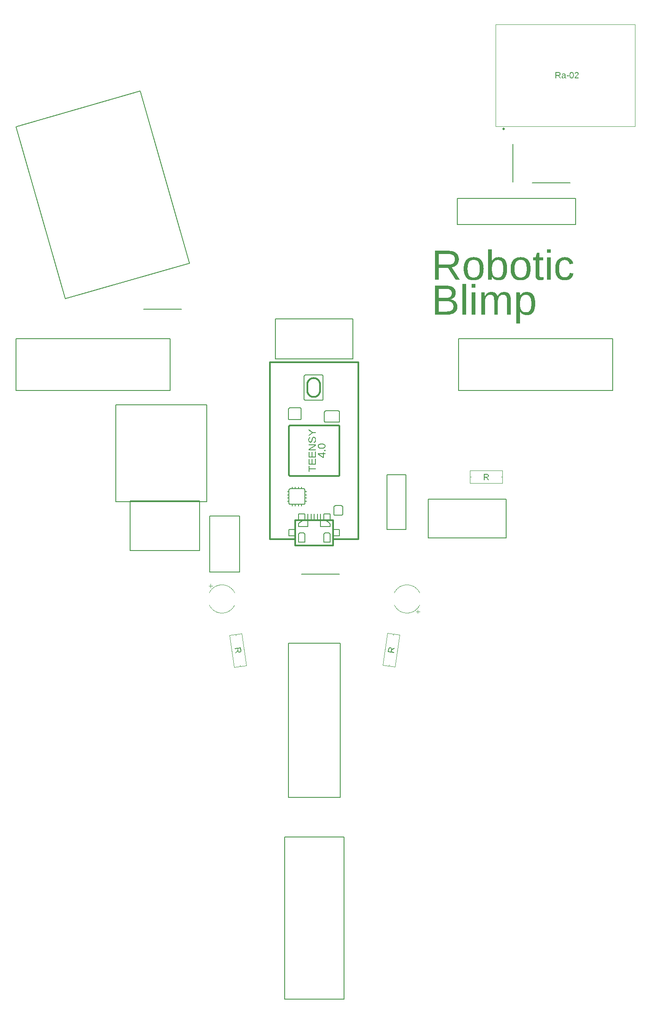
<source format=gbr>
G04 EAGLE Gerber RS-274X export*
G75*
%MOMM*%
%FSLAX34Y34*%
%LPD*%
%INSilkscreen Top*%
%IPPOS*%
%AMOC8*
5,1,8,0,0,1.08239X$1,22.5*%
G01*
G04 Define Apertures*
%ADD10C,0.152400*%
%ADD11C,0.120000*%
%ADD12C,0.304800*%
%ADD13C,0.127000*%
%ADD14C,0.500000*%
G36*
X250473Y-690000D02*
X242560Y-690000D01*
X242560Y-631629D01*
X270026Y-631629D01*
X271241Y-631646D01*
X272421Y-631697D01*
X273566Y-631784D01*
X274675Y-631904D01*
X275750Y-632059D01*
X276789Y-632249D01*
X277793Y-632473D01*
X278762Y-632732D01*
X279696Y-633025D01*
X280595Y-633352D01*
X281459Y-633714D01*
X282288Y-634110D01*
X283081Y-634541D01*
X283840Y-635006D01*
X284563Y-635506D01*
X285251Y-636041D01*
X285901Y-636606D01*
X286508Y-637198D01*
X287074Y-637817D01*
X287598Y-638463D01*
X288080Y-639136D01*
X288520Y-639836D01*
X288918Y-640563D01*
X289275Y-641317D01*
X289589Y-642099D01*
X289861Y-642907D01*
X290092Y-643742D01*
X290281Y-644604D01*
X290427Y-645494D01*
X290532Y-646410D01*
X290595Y-647353D01*
X290616Y-648324D01*
X290601Y-649129D01*
X290557Y-649918D01*
X290483Y-650690D01*
X290379Y-651446D01*
X290246Y-652187D01*
X290083Y-652911D01*
X289890Y-653618D01*
X289668Y-654310D01*
X289416Y-654986D01*
X289135Y-655645D01*
X288824Y-656288D01*
X288484Y-656915D01*
X288113Y-657526D01*
X287714Y-658120D01*
X287284Y-658699D01*
X286825Y-659261D01*
X286340Y-659802D01*
X285833Y-660318D01*
X285303Y-660808D01*
X284750Y-661273D01*
X284175Y-661712D01*
X283577Y-662125D01*
X283053Y-662453D01*
X282957Y-662513D01*
X282315Y-662875D01*
X281650Y-663212D01*
X280962Y-663523D01*
X280252Y-663809D01*
X279520Y-664069D01*
X278765Y-664303D01*
X277987Y-664512D01*
X277187Y-664696D01*
X276365Y-664853D01*
X283419Y-675558D01*
X292936Y-690000D01*
X283822Y-690000D01*
X268659Y-665765D01*
X250473Y-665765D01*
X250473Y-690000D01*
G37*
%LPC*%
G36*
X269571Y-659509D02*
X270342Y-659498D01*
X271090Y-659464D01*
X271817Y-659407D01*
X272521Y-659327D01*
X273203Y-659224D01*
X273863Y-659099D01*
X274501Y-658950D01*
X275117Y-658779D01*
X275710Y-658585D01*
X276282Y-658368D01*
X276831Y-658129D01*
X277358Y-657866D01*
X277863Y-657581D01*
X278345Y-657273D01*
X278806Y-656942D01*
X279244Y-656589D01*
X279658Y-656214D01*
X280045Y-655822D01*
X280406Y-655411D01*
X280739Y-654982D01*
X281046Y-654535D01*
X281327Y-654069D01*
X281580Y-653585D01*
X281807Y-653083D01*
X282008Y-652562D01*
X282181Y-652024D01*
X282328Y-651466D01*
X282448Y-650891D01*
X282542Y-650297D01*
X282608Y-649685D01*
X282648Y-649055D01*
X282662Y-648407D01*
X282648Y-647779D01*
X282608Y-647171D01*
X282540Y-646581D01*
X282446Y-646010D01*
X282324Y-645459D01*
X282175Y-644926D01*
X282000Y-644412D01*
X281797Y-643917D01*
X281567Y-643441D01*
X281311Y-642984D01*
X281027Y-642546D01*
X280716Y-642127D01*
X280378Y-641726D01*
X280013Y-641345D01*
X279621Y-640983D01*
X279203Y-640639D01*
X278758Y-640315D01*
X278290Y-640013D01*
X277798Y-639731D01*
X277283Y-639470D01*
X276743Y-639230D01*
X276180Y-639011D01*
X275593Y-638812D01*
X274982Y-638635D01*
X274348Y-638478D01*
X273689Y-638343D01*
X273007Y-638228D01*
X272301Y-638134D01*
X271571Y-638061D01*
X270818Y-638009D01*
X270040Y-637977D01*
X269239Y-637967D01*
X250473Y-637967D01*
X250473Y-659509D01*
X269571Y-659509D01*
G37*
%LPD*%
G36*
X371173Y-690829D02*
X370542Y-690821D01*
X369926Y-690800D01*
X369322Y-690764D01*
X368732Y-690713D01*
X368156Y-690649D01*
X367593Y-690569D01*
X367043Y-690476D01*
X366507Y-690368D01*
X365984Y-690245D01*
X365475Y-690108D01*
X364979Y-689957D01*
X364496Y-689792D01*
X364027Y-689612D01*
X363572Y-689417D01*
X363129Y-689208D01*
X362701Y-688985D01*
X362284Y-688746D01*
X361876Y-688489D01*
X361479Y-688214D01*
X361091Y-687922D01*
X360714Y-687612D01*
X360346Y-687285D01*
X359988Y-686940D01*
X359640Y-686577D01*
X359302Y-686197D01*
X358974Y-685799D01*
X358655Y-685383D01*
X358347Y-684950D01*
X358048Y-684499D01*
X357759Y-684030D01*
X357481Y-683544D01*
X357211Y-683040D01*
X357129Y-683040D01*
X357118Y-683766D01*
X357087Y-684661D01*
X356963Y-686955D01*
X356818Y-689032D01*
X356761Y-689654D01*
X356714Y-690000D01*
X349506Y-690000D01*
X349564Y-689366D01*
X349615Y-688584D01*
X349657Y-687652D01*
X349692Y-686572D01*
X349739Y-683965D01*
X349755Y-680762D01*
X349755Y-628521D01*
X357211Y-628521D01*
X357211Y-646045D01*
X357201Y-647451D01*
X357170Y-648976D01*
X357118Y-650620D01*
X357046Y-652384D01*
X357211Y-652384D01*
X357476Y-651855D01*
X357750Y-651345D01*
X358036Y-650854D01*
X358331Y-650382D01*
X358638Y-649930D01*
X358954Y-649496D01*
X359282Y-649082D01*
X359619Y-648686D01*
X359968Y-648310D01*
X360327Y-647953D01*
X360696Y-647615D01*
X361076Y-647296D01*
X361466Y-646996D01*
X361867Y-646715D01*
X362279Y-646454D01*
X362701Y-646211D01*
X363134Y-645985D01*
X363581Y-645774D01*
X364040Y-645577D01*
X364512Y-645395D01*
X364997Y-645228D01*
X365494Y-645075D01*
X366004Y-644937D01*
X366528Y-644813D01*
X367063Y-644704D01*
X367612Y-644609D01*
X368174Y-644529D01*
X368748Y-644463D01*
X369335Y-644412D01*
X369935Y-644376D01*
X370547Y-644354D01*
X371173Y-644347D01*
X372217Y-644369D01*
X373226Y-644436D01*
X374199Y-644548D01*
X375138Y-644704D01*
X376042Y-644905D01*
X376910Y-645151D01*
X377743Y-645441D01*
X378542Y-645776D01*
X379305Y-646156D01*
X380033Y-646580D01*
X380725Y-647049D01*
X381383Y-647563D01*
X382006Y-648121D01*
X382593Y-648724D01*
X383146Y-649372D01*
X383663Y-650064D01*
X384147Y-650801D01*
X384600Y-651585D01*
X385022Y-652415D01*
X385412Y-653290D01*
X385771Y-654211D01*
X386099Y-655179D01*
X386396Y-656192D01*
X386661Y-657252D01*
X386896Y-658357D01*
X387099Y-659508D01*
X387270Y-660705D01*
X387411Y-661948D01*
X387520Y-663237D01*
X387598Y-664573D01*
X387645Y-665954D01*
X387661Y-667381D01*
X387645Y-668823D01*
X387596Y-670220D01*
X387516Y-671571D01*
X387403Y-672876D01*
X387258Y-674136D01*
X387081Y-675349D01*
X386872Y-676517D01*
X386630Y-677639D01*
X386357Y-678715D01*
X386051Y-679746D01*
X385712Y-680730D01*
X385342Y-681669D01*
X384940Y-682562D01*
X384505Y-683409D01*
X384038Y-684211D01*
X383539Y-684967D01*
X383007Y-685676D01*
X382444Y-686340D01*
X381848Y-686959D01*
X381220Y-687531D01*
X380560Y-688058D01*
X379868Y-688539D01*
X379143Y-688974D01*
X378386Y-689363D01*
X377597Y-689707D01*
X376776Y-690004D01*
X375923Y-690256D01*
X375037Y-690462D01*
X374119Y-690622D01*
X373169Y-690737D01*
X372187Y-690806D01*
X371173Y-690829D01*
G37*
%LPC*%
G36*
X369184Y-685319D02*
X369876Y-685302D01*
X370544Y-685254D01*
X371187Y-685172D01*
X371806Y-685058D01*
X372400Y-684912D01*
X372970Y-684733D01*
X373515Y-684522D01*
X374036Y-684278D01*
X374533Y-684001D01*
X375005Y-683692D01*
X375453Y-683351D01*
X375876Y-682977D01*
X376275Y-682570D01*
X376649Y-682131D01*
X376999Y-681659D01*
X377325Y-681155D01*
X377628Y-680614D01*
X377912Y-680033D01*
X378176Y-679411D01*
X378421Y-678749D01*
X378646Y-678045D01*
X378852Y-677301D01*
X379038Y-676517D01*
X379204Y-675692D01*
X379351Y-674826D01*
X379478Y-673920D01*
X379586Y-672973D01*
X379674Y-671985D01*
X379743Y-670957D01*
X379792Y-669889D01*
X379821Y-668779D01*
X379831Y-667629D01*
X379821Y-666474D01*
X379792Y-665362D01*
X379744Y-664290D01*
X379676Y-663261D01*
X379588Y-662273D01*
X379481Y-661328D01*
X379355Y-660423D01*
X379210Y-659561D01*
X379044Y-658740D01*
X378860Y-657962D01*
X378656Y-657224D01*
X378433Y-656529D01*
X378190Y-655875D01*
X377928Y-655264D01*
X377646Y-654694D01*
X377345Y-654165D01*
X377022Y-653674D01*
X376675Y-653214D01*
X376304Y-652785D01*
X375908Y-652389D01*
X375488Y-652024D01*
X375044Y-651691D01*
X374576Y-651390D01*
X374083Y-651120D01*
X373566Y-650882D01*
X373025Y-650676D01*
X372459Y-650502D01*
X371869Y-650359D01*
X371255Y-650248D01*
X370617Y-650169D01*
X369954Y-650121D01*
X369267Y-650105D01*
X368493Y-650122D01*
X367746Y-650173D01*
X367026Y-650257D01*
X366332Y-650375D01*
X365665Y-650526D01*
X365025Y-650711D01*
X364411Y-650930D01*
X363824Y-651182D01*
X363264Y-651468D01*
X362731Y-651788D01*
X362224Y-652142D01*
X361744Y-652529D01*
X361291Y-652950D01*
X360864Y-653404D01*
X360464Y-653892D01*
X360091Y-654414D01*
X359742Y-654972D01*
X359416Y-655570D01*
X359112Y-656207D01*
X358831Y-656884D01*
X358572Y-657600D01*
X358336Y-658356D01*
X358122Y-659151D01*
X357931Y-659986D01*
X357763Y-660860D01*
X357616Y-661774D01*
X357493Y-662727D01*
X357391Y-663719D01*
X357313Y-664752D01*
X357256Y-665823D01*
X357223Y-666934D01*
X357211Y-668085D01*
X357222Y-669170D01*
X357255Y-670219D01*
X357311Y-671231D01*
X357388Y-672208D01*
X357487Y-673149D01*
X357608Y-674053D01*
X357751Y-674922D01*
X357916Y-675754D01*
X358103Y-676550D01*
X358312Y-677311D01*
X358543Y-678035D01*
X358796Y-678723D01*
X359071Y-679375D01*
X359368Y-679990D01*
X359687Y-680570D01*
X360029Y-681114D01*
X360394Y-681623D01*
X360788Y-682099D01*
X361209Y-682543D01*
X361657Y-682953D01*
X362133Y-683331D01*
X362637Y-683676D01*
X363168Y-683988D01*
X363726Y-684267D01*
X364312Y-684514D01*
X364925Y-684727D01*
X365566Y-684908D01*
X366235Y-685056D01*
X366931Y-685171D01*
X367654Y-685253D01*
X368406Y-685302D01*
X369184Y-685319D01*
G37*
%LPD*%
G36*
X320257Y-690829D02*
X319048Y-690805D01*
X317877Y-690735D01*
X316744Y-690618D01*
X315648Y-690454D01*
X314589Y-690244D01*
X313569Y-689987D01*
X312585Y-689683D01*
X311640Y-689332D01*
X310731Y-688934D01*
X309861Y-688490D01*
X309028Y-687999D01*
X308232Y-687461D01*
X307474Y-686877D01*
X306754Y-686245D01*
X306071Y-685567D01*
X305426Y-684842D01*
X304819Y-684073D01*
X304251Y-683263D01*
X303722Y-682410D01*
X303232Y-681516D01*
X302782Y-680581D01*
X302371Y-679604D01*
X301999Y-678585D01*
X301666Y-677525D01*
X301372Y-676423D01*
X301118Y-675280D01*
X300902Y-674095D01*
X300726Y-672868D01*
X300589Y-671600D01*
X300491Y-670291D01*
X300432Y-668939D01*
X300413Y-667546D01*
X300432Y-666119D01*
X300491Y-664737D01*
X300589Y-663400D01*
X300727Y-662109D01*
X300903Y-660863D01*
X301119Y-659662D01*
X301374Y-658507D01*
X301669Y-657397D01*
X302002Y-656332D01*
X302375Y-655312D01*
X302787Y-654338D01*
X303238Y-653409D01*
X303729Y-652526D01*
X304259Y-651687D01*
X304828Y-650894D01*
X305436Y-650147D01*
X306083Y-649444D01*
X306770Y-648787D01*
X307496Y-648176D01*
X308261Y-647609D01*
X309066Y-647088D01*
X309910Y-646612D01*
X310793Y-646182D01*
X311715Y-645797D01*
X312676Y-645457D01*
X313677Y-645162D01*
X314717Y-644913D01*
X315796Y-644709D01*
X316914Y-644551D01*
X318072Y-644437D01*
X319269Y-644369D01*
X320505Y-644347D01*
X321768Y-644369D01*
X322989Y-644435D01*
X324167Y-644546D01*
X325303Y-644700D01*
X326396Y-644899D01*
X327448Y-645142D01*
X328456Y-645429D01*
X329422Y-645761D01*
X330346Y-646136D01*
X331228Y-646556D01*
X332067Y-647020D01*
X332864Y-647528D01*
X333618Y-648080D01*
X334330Y-648676D01*
X334999Y-649317D01*
X335626Y-650002D01*
X336213Y-650733D01*
X336762Y-651513D01*
X337273Y-652341D01*
X337747Y-653219D01*
X338182Y-654145D01*
X338580Y-655120D01*
X338940Y-656143D01*
X339262Y-657215D01*
X339546Y-658336D01*
X339792Y-659506D01*
X340000Y-660724D01*
X340170Y-661991D01*
X340303Y-663307D01*
X340398Y-664671D01*
X340454Y-666084D01*
X340473Y-667546D01*
X340453Y-668993D01*
X340392Y-670394D01*
X340291Y-671747D01*
X340150Y-673054D01*
X339968Y-674313D01*
X339745Y-675526D01*
X339482Y-676691D01*
X339179Y-677810D01*
X338835Y-678882D01*
X338450Y-679907D01*
X338026Y-680885D01*
X337560Y-681815D01*
X337055Y-682700D01*
X336509Y-683537D01*
X335922Y-684327D01*
X335295Y-685070D01*
X334629Y-685767D01*
X333927Y-686420D01*
X333188Y-687027D01*
X332413Y-687589D01*
X331601Y-688107D01*
X330753Y-688579D01*
X329868Y-689007D01*
X328946Y-689389D01*
X327988Y-689726D01*
X326993Y-690019D01*
X325962Y-690266D01*
X324894Y-690469D01*
X323789Y-690626D01*
X322648Y-690739D01*
X321471Y-690806D01*
X320257Y-690829D01*
G37*
%LPC*%
G36*
X320174Y-685319D02*
X320998Y-685302D01*
X321792Y-685251D01*
X322556Y-685167D01*
X323290Y-685049D01*
X323994Y-684898D01*
X324668Y-684713D01*
X325313Y-684494D01*
X325927Y-684242D01*
X326511Y-683955D01*
X327066Y-683636D01*
X327591Y-683282D01*
X328085Y-682895D01*
X328550Y-682474D01*
X328985Y-682020D01*
X329389Y-681532D01*
X329764Y-681010D01*
X330113Y-680453D01*
X330439Y-679857D01*
X330743Y-679224D01*
X331024Y-678553D01*
X331283Y-677844D01*
X331519Y-677097D01*
X331732Y-676313D01*
X331924Y-675490D01*
X332092Y-674630D01*
X332239Y-673731D01*
X332362Y-672795D01*
X332464Y-671821D01*
X332542Y-670809D01*
X332598Y-669759D01*
X332632Y-668672D01*
X332643Y-667546D01*
X332633Y-666406D01*
X332600Y-665306D01*
X332547Y-664245D01*
X332471Y-663224D01*
X332374Y-662242D01*
X332256Y-661300D01*
X332116Y-660398D01*
X331955Y-659535D01*
X331772Y-658712D01*
X331567Y-657929D01*
X331341Y-657185D01*
X331094Y-656481D01*
X330825Y-655817D01*
X330534Y-655192D01*
X330222Y-654607D01*
X329889Y-654062D01*
X329530Y-653552D01*
X329141Y-653076D01*
X328724Y-652633D01*
X328277Y-652222D01*
X327801Y-651844D01*
X327295Y-651499D01*
X326760Y-651187D01*
X326196Y-650908D01*
X325603Y-650662D01*
X324980Y-650448D01*
X324328Y-650267D01*
X323647Y-650119D01*
X322937Y-650005D01*
X322197Y-649922D01*
X321428Y-649873D01*
X320629Y-649857D01*
X319825Y-649873D01*
X319050Y-649924D01*
X318302Y-650007D01*
X317583Y-650125D01*
X316892Y-650275D01*
X316230Y-650460D01*
X315596Y-650677D01*
X314990Y-650929D01*
X314413Y-651213D01*
X313863Y-651532D01*
X313343Y-651883D01*
X312850Y-652269D01*
X312386Y-652687D01*
X311950Y-653139D01*
X311542Y-653625D01*
X311163Y-654144D01*
X310810Y-654699D01*
X310479Y-655292D01*
X310171Y-655922D01*
X309885Y-656590D01*
X309623Y-657296D01*
X309383Y-658039D01*
X309167Y-658820D01*
X308973Y-659639D01*
X308802Y-660495D01*
X308653Y-661389D01*
X308528Y-662321D01*
X308425Y-663291D01*
X308345Y-664298D01*
X308288Y-665343D01*
X308254Y-666426D01*
X308243Y-667546D01*
X308254Y-668637D01*
X308288Y-669694D01*
X308344Y-670716D01*
X308423Y-671703D01*
X308524Y-672656D01*
X308647Y-673575D01*
X308794Y-674459D01*
X308962Y-675309D01*
X309154Y-676124D01*
X309367Y-676905D01*
X309603Y-677651D01*
X309862Y-678363D01*
X310143Y-679040D01*
X310447Y-679683D01*
X310773Y-680291D01*
X311122Y-680865D01*
X311495Y-681405D01*
X311893Y-681909D01*
X312317Y-682379D01*
X312767Y-682814D01*
X313243Y-683214D01*
X313744Y-683579D01*
X314272Y-683910D01*
X314824Y-684205D01*
X315403Y-684466D01*
X316007Y-684692D01*
X316637Y-684884D01*
X317293Y-685040D01*
X317975Y-685162D01*
X318682Y-685249D01*
X319415Y-685301D01*
X320174Y-685319D01*
G37*
%LPD*%
G36*
X414632Y-690829D02*
X413423Y-690805D01*
X412252Y-690735D01*
X411119Y-690618D01*
X410023Y-690454D01*
X408964Y-690244D01*
X407944Y-689987D01*
X406960Y-689683D01*
X406015Y-689332D01*
X405106Y-688934D01*
X404236Y-688490D01*
X403403Y-687999D01*
X402607Y-687461D01*
X401849Y-686877D01*
X401129Y-686245D01*
X400446Y-685567D01*
X399801Y-684842D01*
X399194Y-684073D01*
X398626Y-683263D01*
X398097Y-682410D01*
X397607Y-681516D01*
X397157Y-680581D01*
X396746Y-679604D01*
X396374Y-678585D01*
X396041Y-677525D01*
X395747Y-676423D01*
X395493Y-675280D01*
X395277Y-674095D01*
X395101Y-672868D01*
X394964Y-671600D01*
X394866Y-670291D01*
X394807Y-668939D01*
X394788Y-667546D01*
X394807Y-666119D01*
X394866Y-664737D01*
X394964Y-663400D01*
X395102Y-662109D01*
X395278Y-660863D01*
X395494Y-659662D01*
X395749Y-658507D01*
X396044Y-657397D01*
X396377Y-656332D01*
X396750Y-655312D01*
X397162Y-654338D01*
X397613Y-653409D01*
X398104Y-652526D01*
X398634Y-651687D01*
X399203Y-650894D01*
X399811Y-650147D01*
X400458Y-649444D01*
X401145Y-648787D01*
X401871Y-648176D01*
X402636Y-647609D01*
X403441Y-647088D01*
X404285Y-646612D01*
X405168Y-646182D01*
X406090Y-645797D01*
X407051Y-645457D01*
X408052Y-645162D01*
X409092Y-644913D01*
X410171Y-644709D01*
X411289Y-644551D01*
X412447Y-644437D01*
X413644Y-644369D01*
X414880Y-644347D01*
X416143Y-644369D01*
X417364Y-644435D01*
X418542Y-644546D01*
X419678Y-644700D01*
X420771Y-644899D01*
X421823Y-645142D01*
X422831Y-645429D01*
X423797Y-645761D01*
X424721Y-646136D01*
X425603Y-646556D01*
X426442Y-647020D01*
X427239Y-647528D01*
X427993Y-648080D01*
X428705Y-648676D01*
X429374Y-649317D01*
X430001Y-650002D01*
X430588Y-650733D01*
X431137Y-651513D01*
X431648Y-652341D01*
X432122Y-653219D01*
X432557Y-654145D01*
X432955Y-655120D01*
X433315Y-656143D01*
X433637Y-657215D01*
X433921Y-658336D01*
X434167Y-659506D01*
X434375Y-660724D01*
X434545Y-661991D01*
X434678Y-663307D01*
X434773Y-664671D01*
X434829Y-666084D01*
X434848Y-667546D01*
X434828Y-668993D01*
X434767Y-670394D01*
X434666Y-671747D01*
X434525Y-673054D01*
X434343Y-674313D01*
X434120Y-675526D01*
X433857Y-676691D01*
X433554Y-677810D01*
X433210Y-678882D01*
X432825Y-679907D01*
X432401Y-680885D01*
X431935Y-681815D01*
X431430Y-682700D01*
X430884Y-683537D01*
X430297Y-684327D01*
X429670Y-685070D01*
X429004Y-685767D01*
X428302Y-686420D01*
X427563Y-687027D01*
X426788Y-687589D01*
X425976Y-688107D01*
X425128Y-688579D01*
X424243Y-689007D01*
X423321Y-689389D01*
X422363Y-689726D01*
X421368Y-690019D01*
X420337Y-690266D01*
X419269Y-690469D01*
X418164Y-690626D01*
X417023Y-690739D01*
X415846Y-690806D01*
X414632Y-690829D01*
G37*
%LPC*%
G36*
X414549Y-685319D02*
X415373Y-685302D01*
X416167Y-685251D01*
X416931Y-685167D01*
X417665Y-685049D01*
X418369Y-684898D01*
X419043Y-684713D01*
X419688Y-684494D01*
X420302Y-684242D01*
X420886Y-683955D01*
X421441Y-683636D01*
X421966Y-683282D01*
X422460Y-682895D01*
X422925Y-682474D01*
X423360Y-682020D01*
X423764Y-681532D01*
X424139Y-681010D01*
X424488Y-680453D01*
X424814Y-679857D01*
X425118Y-679224D01*
X425399Y-678553D01*
X425658Y-677844D01*
X425894Y-677097D01*
X426107Y-676313D01*
X426299Y-675490D01*
X426467Y-674630D01*
X426614Y-673731D01*
X426737Y-672795D01*
X426839Y-671821D01*
X426917Y-670809D01*
X426973Y-669759D01*
X427007Y-668672D01*
X427018Y-667546D01*
X427008Y-666406D01*
X426975Y-665306D01*
X426922Y-664245D01*
X426846Y-663224D01*
X426749Y-662242D01*
X426631Y-661300D01*
X426491Y-660398D01*
X426330Y-659535D01*
X426147Y-658712D01*
X425942Y-657929D01*
X425716Y-657185D01*
X425469Y-656481D01*
X425200Y-655817D01*
X424909Y-655192D01*
X424597Y-654607D01*
X424264Y-654062D01*
X423905Y-653552D01*
X423516Y-653076D01*
X423099Y-652633D01*
X422652Y-652222D01*
X422176Y-651844D01*
X421670Y-651499D01*
X421135Y-651187D01*
X420571Y-650908D01*
X419978Y-650662D01*
X419355Y-650448D01*
X418703Y-650267D01*
X418022Y-650119D01*
X417312Y-650005D01*
X416572Y-649922D01*
X415803Y-649873D01*
X415004Y-649857D01*
X414200Y-649873D01*
X413425Y-649924D01*
X412677Y-650007D01*
X411958Y-650125D01*
X411267Y-650275D01*
X410605Y-650460D01*
X409971Y-650677D01*
X409365Y-650929D01*
X408788Y-651213D01*
X408238Y-651532D01*
X407718Y-651883D01*
X407225Y-652269D01*
X406761Y-652687D01*
X406325Y-653139D01*
X405917Y-653625D01*
X405538Y-654144D01*
X405185Y-654699D01*
X404854Y-655292D01*
X404546Y-655922D01*
X404260Y-656590D01*
X403998Y-657296D01*
X403758Y-658039D01*
X403542Y-658820D01*
X403348Y-659639D01*
X403177Y-660495D01*
X403028Y-661389D01*
X402903Y-662321D01*
X402800Y-663291D01*
X402720Y-664298D01*
X402663Y-665343D01*
X402629Y-666426D01*
X402618Y-667546D01*
X402629Y-668637D01*
X402663Y-669694D01*
X402719Y-670716D01*
X402798Y-671703D01*
X402899Y-672656D01*
X403022Y-673575D01*
X403169Y-674459D01*
X403337Y-675309D01*
X403529Y-676124D01*
X403742Y-676905D01*
X403978Y-677651D01*
X404237Y-678363D01*
X404518Y-679040D01*
X404822Y-679683D01*
X405148Y-680291D01*
X405497Y-680865D01*
X405870Y-681405D01*
X406268Y-681909D01*
X406692Y-682379D01*
X407142Y-682814D01*
X407618Y-683214D01*
X408119Y-683579D01*
X408647Y-683910D01*
X409199Y-684205D01*
X409778Y-684466D01*
X410382Y-684692D01*
X411012Y-684884D01*
X411668Y-685040D01*
X412350Y-685162D01*
X413057Y-685249D01*
X413790Y-685301D01*
X414549Y-685319D01*
G37*
%LPD*%
G36*
X503759Y-690829D02*
X502601Y-690805D01*
X501478Y-690736D01*
X500390Y-690620D01*
X499336Y-690457D01*
X498317Y-690248D01*
X497333Y-689993D01*
X496383Y-689691D01*
X495469Y-689342D01*
X494589Y-688948D01*
X493744Y-688506D01*
X492934Y-688019D01*
X492158Y-687485D01*
X491418Y-686904D01*
X490712Y-686277D01*
X490041Y-685604D01*
X489405Y-684884D01*
X488805Y-684119D01*
X488245Y-683312D01*
X487722Y-682463D01*
X487239Y-681571D01*
X486794Y-680636D01*
X486388Y-679659D01*
X486021Y-678639D01*
X485692Y-677577D01*
X485402Y-676472D01*
X485150Y-675325D01*
X484938Y-674135D01*
X484764Y-672902D01*
X484628Y-671627D01*
X484532Y-670309D01*
X484474Y-668949D01*
X484454Y-667546D01*
X484474Y-666154D01*
X484532Y-664803D01*
X484629Y-663494D01*
X484765Y-662227D01*
X484940Y-661002D01*
X485153Y-659818D01*
X485406Y-658677D01*
X485697Y-657578D01*
X486027Y-656520D01*
X486396Y-655505D01*
X486804Y-654531D01*
X487251Y-653599D01*
X487736Y-652710D01*
X488260Y-651862D01*
X488824Y-651056D01*
X489426Y-650292D01*
X490064Y-649572D01*
X490736Y-648898D01*
X491441Y-648271D01*
X492180Y-647691D01*
X492953Y-647157D01*
X493760Y-646669D01*
X494600Y-646228D01*
X495474Y-645833D01*
X496381Y-645485D01*
X497323Y-645183D01*
X498297Y-644927D01*
X499306Y-644718D01*
X500348Y-644556D01*
X501424Y-644440D01*
X502533Y-644370D01*
X503677Y-644347D01*
X504527Y-644361D01*
X505359Y-644402D01*
X506173Y-644472D01*
X506969Y-644569D01*
X507746Y-644695D01*
X508505Y-644848D01*
X509246Y-645029D01*
X509968Y-645237D01*
X510673Y-645474D01*
X511359Y-645739D01*
X512026Y-646031D01*
X512675Y-646351D01*
X513307Y-646699D01*
X513919Y-647075D01*
X514514Y-647478D01*
X515090Y-647910D01*
X515644Y-648365D01*
X516171Y-648842D01*
X516672Y-649340D01*
X517147Y-649859D01*
X517595Y-650399D01*
X518017Y-650960D01*
X518413Y-651542D01*
X518782Y-652146D01*
X519125Y-652770D01*
X519441Y-653415D01*
X519732Y-654081D01*
X519995Y-654768D01*
X520233Y-655477D01*
X520443Y-656206D01*
X520628Y-656956D01*
X520786Y-657728D01*
X513122Y-658308D01*
X513043Y-657848D01*
X512949Y-657400D01*
X512842Y-656964D01*
X512721Y-656539D01*
X512586Y-656127D01*
X512437Y-655727D01*
X512274Y-655339D01*
X512097Y-654963D01*
X511906Y-654598D01*
X511701Y-654246D01*
X511483Y-653906D01*
X511250Y-653577D01*
X511004Y-653261D01*
X510743Y-652957D01*
X510469Y-652664D01*
X510181Y-652384D01*
X509878Y-652118D01*
X509559Y-651869D01*
X509225Y-651638D01*
X508876Y-651423D01*
X508511Y-651226D01*
X508130Y-651046D01*
X507734Y-650883D01*
X507322Y-650737D01*
X506895Y-650608D01*
X506452Y-650497D01*
X505994Y-650403D01*
X505520Y-650325D01*
X505031Y-650265D01*
X504526Y-650222D01*
X504005Y-650197D01*
X503469Y-650188D01*
X502742Y-650203D01*
X502040Y-650250D01*
X501363Y-650326D01*
X500712Y-650434D01*
X500086Y-650572D01*
X499487Y-650742D01*
X498912Y-650941D01*
X498364Y-651172D01*
X497840Y-651433D01*
X497343Y-651725D01*
X496871Y-652048D01*
X496424Y-652402D01*
X496003Y-652786D01*
X495608Y-653201D01*
X495238Y-653647D01*
X494894Y-654124D01*
X494573Y-654637D01*
X494273Y-655192D01*
X493993Y-655789D01*
X493734Y-656428D01*
X493496Y-657109D01*
X493278Y-657833D01*
X493082Y-658598D01*
X492905Y-659406D01*
X492750Y-660255D01*
X492615Y-661147D01*
X492502Y-662081D01*
X492408Y-663057D01*
X492336Y-664074D01*
X492284Y-665134D01*
X492253Y-666236D01*
X492243Y-667381D01*
X492254Y-668481D01*
X492287Y-669545D01*
X492342Y-670573D01*
X492419Y-671565D01*
X492518Y-672520D01*
X492639Y-673439D01*
X492782Y-674322D01*
X492947Y-675169D01*
X493134Y-675979D01*
X493343Y-676754D01*
X493574Y-677491D01*
X493827Y-678193D01*
X494102Y-678859D01*
X494399Y-679488D01*
X494719Y-680081D01*
X495060Y-680637D01*
X495423Y-681159D01*
X495809Y-681647D01*
X496217Y-682102D01*
X496647Y-682522D01*
X497099Y-682909D01*
X497574Y-683263D01*
X498072Y-683583D01*
X498591Y-683869D01*
X499133Y-684121D01*
X499698Y-684340D01*
X500284Y-684525D01*
X500893Y-684677D01*
X501524Y-684794D01*
X502178Y-684879D01*
X502854Y-684929D01*
X503552Y-684946D01*
X504044Y-684937D01*
X504526Y-684912D01*
X504998Y-684870D01*
X505459Y-684811D01*
X505911Y-684735D01*
X506352Y-684643D01*
X506782Y-684534D01*
X507203Y-684407D01*
X507614Y-684264D01*
X508014Y-684104D01*
X508404Y-683928D01*
X508784Y-683734D01*
X509154Y-683524D01*
X509513Y-683297D01*
X509862Y-683052D01*
X510201Y-682792D01*
X510527Y-682513D01*
X510837Y-682217D01*
X511131Y-681902D01*
X511409Y-681570D01*
X511671Y-681219D01*
X511917Y-680850D01*
X512147Y-680463D01*
X512361Y-680057D01*
X512559Y-679634D01*
X512741Y-679193D01*
X512906Y-678733D01*
X513056Y-678255D01*
X513190Y-677759D01*
X513308Y-677246D01*
X513409Y-676713D01*
X513495Y-676163D01*
X521035Y-676660D01*
X520911Y-677458D01*
X520758Y-678235D01*
X520576Y-678992D01*
X520364Y-679729D01*
X520123Y-680445D01*
X519852Y-681140D01*
X519552Y-681816D01*
X519222Y-682471D01*
X518863Y-683105D01*
X518475Y-683719D01*
X518057Y-684313D01*
X517609Y-684886D01*
X517132Y-685439D01*
X516626Y-685972D01*
X516090Y-686484D01*
X515525Y-686976D01*
X514935Y-687442D01*
X514326Y-687879D01*
X513698Y-688285D01*
X513050Y-688661D01*
X512382Y-689008D01*
X511695Y-689324D01*
X510989Y-689610D01*
X510264Y-689865D01*
X509519Y-690091D01*
X508754Y-690287D01*
X507970Y-690452D01*
X507167Y-690588D01*
X506344Y-690693D01*
X505502Y-690768D01*
X504640Y-690814D01*
X503759Y-690829D01*
G37*
G36*
X453824Y-690663D02*
X453273Y-690653D01*
X452740Y-690623D01*
X452224Y-690574D01*
X451726Y-690504D01*
X451246Y-690415D01*
X450783Y-690306D01*
X450337Y-690177D01*
X449909Y-690028D01*
X449498Y-689860D01*
X449105Y-689672D01*
X448729Y-689464D01*
X448371Y-689236D01*
X448030Y-688988D01*
X447707Y-688720D01*
X447401Y-688433D01*
X447112Y-688125D01*
X446841Y-687798D01*
X446588Y-687451D01*
X446352Y-687085D01*
X446134Y-686698D01*
X445933Y-686292D01*
X445749Y-685866D01*
X445583Y-685419D01*
X445434Y-684954D01*
X445303Y-684468D01*
X445190Y-683962D01*
X445094Y-683437D01*
X445015Y-682892D01*
X444954Y-682327D01*
X444910Y-681742D01*
X444884Y-681138D01*
X444875Y-680513D01*
X444875Y-650602D01*
X439697Y-650602D01*
X439697Y-645175D01*
X445165Y-645175D01*
X447361Y-635150D01*
X452332Y-635150D01*
X452332Y-645175D01*
X460618Y-645175D01*
X460618Y-650602D01*
X452332Y-650602D01*
X452332Y-678897D01*
X452349Y-679675D01*
X452398Y-680393D01*
X452481Y-681050D01*
X452596Y-681647D01*
X452745Y-682184D01*
X452926Y-682661D01*
X453141Y-683077D01*
X453389Y-683434D01*
X453677Y-683740D01*
X454014Y-684005D01*
X454399Y-684229D01*
X454833Y-684412D01*
X455316Y-684555D01*
X455847Y-684657D01*
X456427Y-684718D01*
X457055Y-684739D01*
X457448Y-684730D01*
X457883Y-684702D01*
X458360Y-684657D01*
X458878Y-684594D01*
X460038Y-684412D01*
X461363Y-684159D01*
X461363Y-689669D01*
X460439Y-689902D01*
X459510Y-690104D01*
X458575Y-690274D01*
X457635Y-690414D01*
X456690Y-690523D01*
X455740Y-690601D01*
X454784Y-690647D01*
X453824Y-690663D01*
G37*
G36*
X475108Y-690000D02*
X467651Y-690000D01*
X467651Y-645175D01*
X475108Y-645175D01*
X475108Y-690000D01*
G37*
G36*
X475108Y-635647D02*
X467651Y-635647D01*
X467651Y-628521D01*
X475108Y-628521D01*
X475108Y-635647D01*
G37*
G36*
X266256Y-760000D02*
X242560Y-760000D01*
X242560Y-701629D01*
X263771Y-701629D01*
X265035Y-701642D01*
X266259Y-701684D01*
X267443Y-701753D01*
X268587Y-701850D01*
X269690Y-701974D01*
X270754Y-702127D01*
X271777Y-702307D01*
X272761Y-702514D01*
X273704Y-702749D01*
X274607Y-703012D01*
X275470Y-703303D01*
X276292Y-703621D01*
X277075Y-703967D01*
X277817Y-704340D01*
X278520Y-704742D01*
X279182Y-705171D01*
X279804Y-705627D01*
X280386Y-706111D01*
X280928Y-706623D01*
X281429Y-707163D01*
X281891Y-707730D01*
X282312Y-708325D01*
X282693Y-708948D01*
X283035Y-709598D01*
X283336Y-710276D01*
X283596Y-710982D01*
X283817Y-711715D01*
X283998Y-712476D01*
X284138Y-713265D01*
X284239Y-714081D01*
X284299Y-714925D01*
X284319Y-715797D01*
X284308Y-716438D01*
X284274Y-717065D01*
X284217Y-717680D01*
X284138Y-718282D01*
X284036Y-718871D01*
X283911Y-719448D01*
X283764Y-720011D01*
X283594Y-720561D01*
X283401Y-721098D01*
X283186Y-721623D01*
X282948Y-722134D01*
X282688Y-722632D01*
X282404Y-723118D01*
X282099Y-723590D01*
X281770Y-724050D01*
X281419Y-724497D01*
X281047Y-724928D01*
X280656Y-725341D01*
X280247Y-725736D01*
X280191Y-725785D01*
X279819Y-726112D01*
X279372Y-726471D01*
X278906Y-726811D01*
X278422Y-727134D01*
X277918Y-727438D01*
X277396Y-727724D01*
X276855Y-727992D01*
X276296Y-728242D01*
X275717Y-728474D01*
X275120Y-728687D01*
X274504Y-728883D01*
X273870Y-729060D01*
X273216Y-729219D01*
X274074Y-729335D01*
X274906Y-729473D01*
X275714Y-729636D01*
X276497Y-729821D01*
X277255Y-730030D01*
X277988Y-730263D01*
X278696Y-730519D01*
X279379Y-730799D01*
X280037Y-731102D01*
X280670Y-731428D01*
X281278Y-731778D01*
X281862Y-732152D01*
X282420Y-732548D01*
X282954Y-732969D01*
X283397Y-733356D01*
X283462Y-733413D01*
X283946Y-733880D01*
X284403Y-734367D01*
X284830Y-734869D01*
X285227Y-735388D01*
X285595Y-735922D01*
X285934Y-736471D01*
X286243Y-737037D01*
X286523Y-737618D01*
X286773Y-738214D01*
X286994Y-738827D01*
X287186Y-739455D01*
X287348Y-740099D01*
X287480Y-740758D01*
X287583Y-741433D01*
X287657Y-742124D01*
X287701Y-742831D01*
X287716Y-743553D01*
X287694Y-744513D01*
X287627Y-745446D01*
X287516Y-746352D01*
X287361Y-747231D01*
X287162Y-748083D01*
X286918Y-748908D01*
X286630Y-749706D01*
X286297Y-750477D01*
X285920Y-751221D01*
X285499Y-751938D01*
X285033Y-752627D01*
X284523Y-753290D01*
X283969Y-753926D01*
X283371Y-754534D01*
X282728Y-755116D01*
X282040Y-755671D01*
X281314Y-756195D01*
X280552Y-756685D01*
X279756Y-757142D01*
X278926Y-757565D01*
X278060Y-757954D01*
X277160Y-758309D01*
X276226Y-758630D01*
X275257Y-758918D01*
X274253Y-759171D01*
X273214Y-759391D01*
X272141Y-759577D01*
X271034Y-759729D01*
X269891Y-759848D01*
X268714Y-759932D01*
X267503Y-759983D01*
X266256Y-760000D01*
G37*
%LPC*%
G36*
X265842Y-753662D02*
X266733Y-753651D01*
X267593Y-753620D01*
X268422Y-753567D01*
X269221Y-753493D01*
X269989Y-753399D01*
X270726Y-753283D01*
X271432Y-753146D01*
X272108Y-752988D01*
X272753Y-752810D01*
X273367Y-752610D01*
X273950Y-752389D01*
X274503Y-752147D01*
X275025Y-751884D01*
X275516Y-751600D01*
X275977Y-751295D01*
X276406Y-750969D01*
X276808Y-750622D01*
X277183Y-750254D01*
X277533Y-749866D01*
X277856Y-749457D01*
X278154Y-749027D01*
X278426Y-748576D01*
X278672Y-748105D01*
X278892Y-747613D01*
X279086Y-747101D01*
X279254Y-746567D01*
X279397Y-746013D01*
X279513Y-745438D01*
X279604Y-744843D01*
X279669Y-744226D01*
X279707Y-743590D01*
X279720Y-742932D01*
X279706Y-742297D01*
X279664Y-741683D01*
X279593Y-741088D01*
X279494Y-740514D01*
X279366Y-739960D01*
X279211Y-739426D01*
X279027Y-738912D01*
X278814Y-738419D01*
X278573Y-737945D01*
X278304Y-737492D01*
X278007Y-737059D01*
X277681Y-736646D01*
X277327Y-736253D01*
X276945Y-735880D01*
X276534Y-735528D01*
X276095Y-735195D01*
X275628Y-734883D01*
X275133Y-734591D01*
X274609Y-734319D01*
X274056Y-734067D01*
X273476Y-733835D01*
X272867Y-733624D01*
X272230Y-733432D01*
X271564Y-733261D01*
X270871Y-733110D01*
X270148Y-732979D01*
X269398Y-732868D01*
X268619Y-732778D01*
X267812Y-732707D01*
X266977Y-732657D01*
X266113Y-732626D01*
X265221Y-732616D01*
X250473Y-732616D01*
X250473Y-753662D01*
X265842Y-753662D01*
G37*
G36*
X263771Y-726444D02*
X264551Y-726434D01*
X265305Y-726406D01*
X266035Y-726360D01*
X266739Y-726295D01*
X267419Y-726211D01*
X268073Y-726109D01*
X268702Y-725988D01*
X269307Y-725848D01*
X269886Y-725690D01*
X270440Y-725513D01*
X270969Y-725318D01*
X271472Y-725104D01*
X271951Y-724871D01*
X272405Y-724620D01*
X272833Y-724350D01*
X273237Y-724062D01*
X273616Y-723754D01*
X273970Y-723426D01*
X274300Y-723079D01*
X274605Y-722711D01*
X274886Y-722324D01*
X275143Y-721917D01*
X275375Y-721490D01*
X275583Y-721043D01*
X275766Y-720576D01*
X275925Y-720089D01*
X276059Y-719582D01*
X276169Y-719055D01*
X276255Y-718509D01*
X276316Y-717942D01*
X276353Y-717356D01*
X276365Y-716750D01*
X276352Y-716170D01*
X276314Y-715611D01*
X276251Y-715073D01*
X276163Y-714557D01*
X276049Y-714061D01*
X275910Y-713586D01*
X275746Y-713133D01*
X275557Y-712700D01*
X275342Y-712289D01*
X275103Y-711898D01*
X274837Y-711529D01*
X274547Y-711180D01*
X274232Y-710853D01*
X273891Y-710546D01*
X273525Y-710261D01*
X273133Y-709997D01*
X272718Y-709751D01*
X272280Y-709521D01*
X271820Y-709307D01*
X271336Y-709109D01*
X270831Y-708926D01*
X270302Y-708760D01*
X269751Y-708609D01*
X269177Y-708474D01*
X268581Y-708355D01*
X267961Y-708252D01*
X267320Y-708165D01*
X266655Y-708094D01*
X265968Y-708038D01*
X265258Y-707999D01*
X264526Y-707975D01*
X263771Y-707967D01*
X250473Y-707967D01*
X250473Y-726444D01*
X263771Y-726444D01*
G37*
%LPD*%
G36*
X413711Y-777607D02*
X406255Y-777607D01*
X406255Y-724331D01*
X406239Y-721164D01*
X406192Y-718583D01*
X406157Y-717511D01*
X406115Y-716586D01*
X406064Y-715808D01*
X406006Y-715175D01*
X413214Y-715175D01*
X413266Y-715553D01*
X413339Y-716356D01*
X413427Y-717645D01*
X413525Y-719484D01*
X413603Y-721265D01*
X413629Y-722384D01*
X413794Y-722384D01*
X414048Y-721875D01*
X414312Y-721383D01*
X414585Y-720908D01*
X414869Y-720451D01*
X415163Y-720011D01*
X415466Y-719588D01*
X415780Y-719183D01*
X416104Y-718795D01*
X416438Y-718424D01*
X416782Y-718071D01*
X417136Y-717735D01*
X417500Y-717416D01*
X417873Y-717115D01*
X418258Y-716831D01*
X418652Y-716564D01*
X419056Y-716315D01*
X419473Y-716081D01*
X419906Y-715863D01*
X420356Y-715660D01*
X420821Y-715472D01*
X421303Y-715299D01*
X421802Y-715141D01*
X422316Y-714998D01*
X422846Y-714870D01*
X423393Y-714757D01*
X423956Y-714659D01*
X424535Y-714576D01*
X425130Y-714509D01*
X425741Y-714456D01*
X426369Y-714418D01*
X427013Y-714396D01*
X427673Y-714388D01*
X428692Y-714410D01*
X429679Y-714475D01*
X430633Y-714583D01*
X431554Y-714735D01*
X432442Y-714930D01*
X433298Y-715169D01*
X434122Y-715451D01*
X434912Y-715776D01*
X435670Y-716145D01*
X436395Y-716557D01*
X437087Y-717012D01*
X437747Y-717511D01*
X438374Y-718053D01*
X438969Y-718638D01*
X439530Y-719267D01*
X440059Y-719940D01*
X440556Y-720658D01*
X441021Y-721426D01*
X441453Y-722244D01*
X441854Y-723111D01*
X442222Y-724028D01*
X442559Y-724994D01*
X442863Y-726010D01*
X443135Y-727075D01*
X443376Y-728190D01*
X443584Y-729355D01*
X443760Y-730568D01*
X443904Y-731832D01*
X444017Y-733145D01*
X444097Y-734507D01*
X444145Y-735919D01*
X444161Y-737381D01*
X444145Y-738823D01*
X444096Y-740220D01*
X444016Y-741571D01*
X443903Y-742876D01*
X443758Y-744136D01*
X443581Y-745349D01*
X443372Y-746517D01*
X443130Y-747639D01*
X442857Y-748715D01*
X442551Y-749746D01*
X442212Y-750730D01*
X441842Y-751669D01*
X441440Y-752562D01*
X441005Y-753409D01*
X440538Y-754211D01*
X440039Y-754967D01*
X439507Y-755676D01*
X438944Y-756340D01*
X438348Y-756959D01*
X437720Y-757531D01*
X437060Y-758058D01*
X436368Y-758539D01*
X435643Y-758974D01*
X434886Y-759363D01*
X434097Y-759707D01*
X433276Y-760004D01*
X432423Y-760256D01*
X431537Y-760462D01*
X430619Y-760622D01*
X429669Y-760737D01*
X428687Y-760806D01*
X427673Y-760829D01*
X427032Y-760821D01*
X426405Y-760798D01*
X425790Y-760760D01*
X425190Y-760707D01*
X424602Y-760638D01*
X424028Y-760555D01*
X423467Y-760456D01*
X422919Y-760342D01*
X422384Y-760212D01*
X421863Y-760068D01*
X421355Y-759908D01*
X420860Y-759733D01*
X420379Y-759543D01*
X419911Y-759338D01*
X419456Y-759117D01*
X419014Y-758881D01*
X418586Y-758630D01*
X418171Y-758364D01*
X417769Y-758083D01*
X417380Y-757786D01*
X417005Y-757474D01*
X416643Y-757147D01*
X416294Y-756805D01*
X415959Y-756448D01*
X415637Y-756075D01*
X415328Y-755687D01*
X415032Y-755284D01*
X414750Y-754866D01*
X414481Y-754432D01*
X414225Y-753983D01*
X413982Y-753519D01*
X413753Y-753040D01*
X413546Y-753040D01*
X413585Y-753223D01*
X413618Y-753605D01*
X413647Y-754186D01*
X413670Y-754967D01*
X413701Y-757126D01*
X413711Y-760083D01*
X413711Y-777607D01*
G37*
%LPC*%
G36*
X425684Y-755319D02*
X426366Y-755303D01*
X427025Y-755255D01*
X427660Y-755175D01*
X428272Y-755064D01*
X428860Y-754920D01*
X429425Y-754745D01*
X429967Y-754538D01*
X430484Y-754299D01*
X430979Y-754028D01*
X431450Y-753725D01*
X431897Y-753390D01*
X432322Y-753023D01*
X432722Y-752625D01*
X433099Y-752194D01*
X433453Y-751732D01*
X433783Y-751238D01*
X434092Y-750706D01*
X434380Y-750132D01*
X434649Y-749513D01*
X434898Y-748852D01*
X435127Y-748148D01*
X435336Y-747400D01*
X435525Y-746609D01*
X435694Y-745775D01*
X435843Y-744897D01*
X435973Y-743977D01*
X436082Y-743013D01*
X436172Y-742006D01*
X436241Y-740956D01*
X436291Y-739863D01*
X436321Y-738726D01*
X436331Y-737546D01*
X436321Y-736397D01*
X436291Y-735289D01*
X436242Y-734223D01*
X436173Y-733199D01*
X436084Y-732217D01*
X435976Y-731276D01*
X435847Y-730377D01*
X435699Y-729520D01*
X435531Y-728704D01*
X435344Y-727931D01*
X435137Y-727199D01*
X434909Y-726508D01*
X434663Y-725860D01*
X434396Y-725253D01*
X434110Y-724688D01*
X433804Y-724165D01*
X433476Y-723679D01*
X433125Y-723223D01*
X432751Y-722799D01*
X432354Y-722407D01*
X431933Y-722046D01*
X431489Y-721716D01*
X431022Y-721418D01*
X430531Y-721151D01*
X430017Y-720916D01*
X429480Y-720712D01*
X428919Y-720539D01*
X428335Y-720398D01*
X427728Y-720288D01*
X427098Y-720209D01*
X426444Y-720162D01*
X425767Y-720147D01*
X425220Y-720154D01*
X424689Y-720176D01*
X424172Y-720212D01*
X423671Y-720263D01*
X423185Y-720329D01*
X422713Y-720409D01*
X422257Y-720503D01*
X421816Y-720613D01*
X421390Y-720737D01*
X420978Y-720875D01*
X420582Y-721028D01*
X420201Y-721195D01*
X419835Y-721377D01*
X419484Y-721574D01*
X419149Y-721785D01*
X418828Y-722011D01*
X418519Y-722252D01*
X418220Y-722510D01*
X417930Y-722784D01*
X417650Y-723074D01*
X417379Y-723380D01*
X417117Y-723703D01*
X416865Y-724043D01*
X416622Y-724398D01*
X416388Y-724770D01*
X416164Y-725158D01*
X415949Y-725563D01*
X415744Y-725984D01*
X415361Y-726875D01*
X415016Y-727831D01*
X414858Y-728335D01*
X414711Y-728858D01*
X414573Y-729399D01*
X414446Y-729959D01*
X414221Y-731134D01*
X414038Y-732383D01*
X413895Y-733707D01*
X413793Y-735106D01*
X413732Y-736579D01*
X413711Y-738126D01*
X413722Y-739211D01*
X413755Y-740260D01*
X413811Y-741272D01*
X413888Y-742248D01*
X413987Y-743188D01*
X414108Y-744092D01*
X414251Y-744959D01*
X414416Y-745790D01*
X414603Y-746585D01*
X414812Y-747344D01*
X415043Y-748066D01*
X415296Y-748752D01*
X415571Y-749402D01*
X415868Y-750016D01*
X416187Y-750593D01*
X416529Y-751135D01*
X416894Y-751641D01*
X417288Y-752115D01*
X417709Y-752556D01*
X418157Y-752965D01*
X418633Y-753341D01*
X419137Y-753684D01*
X419668Y-753995D01*
X420226Y-754273D01*
X420812Y-754518D01*
X421425Y-754730D01*
X422066Y-754910D01*
X422735Y-755057D01*
X423431Y-755172D01*
X424154Y-755253D01*
X424906Y-755302D01*
X425684Y-755319D01*
G37*
%LPD*%
G36*
X343180Y-760000D02*
X335764Y-760000D01*
X335764Y-724745D01*
X335748Y-721211D01*
X335702Y-718438D01*
X335667Y-717337D01*
X335624Y-716426D01*
X335574Y-715705D01*
X335515Y-715175D01*
X342558Y-715175D01*
X342600Y-715559D01*
X342641Y-716294D01*
X342745Y-718386D01*
X342812Y-720090D01*
X342890Y-722839D01*
X343014Y-722839D01*
X343626Y-721694D01*
X343940Y-721155D01*
X344259Y-720639D01*
X344584Y-720145D01*
X344915Y-719674D01*
X345251Y-719226D01*
X345593Y-718800D01*
X345940Y-718397D01*
X346292Y-718017D01*
X346651Y-717659D01*
X347014Y-717324D01*
X347383Y-717012D01*
X347758Y-716722D01*
X348138Y-716455D01*
X348524Y-716211D01*
X348917Y-715985D01*
X349322Y-715774D01*
X349737Y-715577D01*
X350163Y-715395D01*
X350599Y-715228D01*
X351046Y-715075D01*
X351504Y-714937D01*
X351973Y-714813D01*
X352452Y-714704D01*
X352942Y-714609D01*
X353442Y-714529D01*
X353953Y-714463D01*
X354475Y-714412D01*
X355008Y-714376D01*
X355551Y-714354D01*
X356105Y-714347D01*
X356734Y-714355D01*
X357345Y-714379D01*
X357941Y-714418D01*
X358519Y-714474D01*
X359081Y-714545D01*
X359627Y-714632D01*
X360155Y-714735D01*
X360667Y-714854D01*
X361162Y-714989D01*
X361641Y-715140D01*
X362103Y-715306D01*
X362548Y-715489D01*
X362977Y-715687D01*
X363389Y-715901D01*
X363784Y-716131D01*
X364163Y-716377D01*
X364526Y-716640D01*
X364875Y-716922D01*
X365210Y-717222D01*
X365531Y-717542D01*
X365838Y-717880D01*
X366131Y-718237D01*
X366409Y-718613D01*
X366674Y-719007D01*
X366925Y-719421D01*
X367161Y-719853D01*
X367384Y-720304D01*
X367592Y-720773D01*
X367786Y-721262D01*
X367966Y-721769D01*
X368133Y-722295D01*
X368285Y-722839D01*
X368409Y-722839D01*
X368703Y-722285D01*
X369004Y-721750D01*
X369313Y-721235D01*
X369630Y-720740D01*
X369954Y-720264D01*
X370286Y-719808D01*
X370625Y-719372D01*
X370972Y-718956D01*
X371327Y-718559D01*
X371689Y-718182D01*
X372059Y-717825D01*
X372436Y-717488D01*
X372822Y-717170D01*
X373214Y-716872D01*
X373614Y-716594D01*
X374022Y-716335D01*
X374439Y-716095D01*
X374867Y-715869D01*
X375306Y-715660D01*
X375756Y-715465D01*
X376216Y-715287D01*
X376688Y-715124D01*
X377170Y-714976D01*
X377663Y-714844D01*
X378167Y-714727D01*
X378681Y-714626D01*
X379207Y-714541D01*
X379743Y-714471D01*
X380290Y-714417D01*
X380849Y-714378D01*
X381417Y-714355D01*
X381997Y-714347D01*
X382832Y-714361D01*
X383638Y-714404D01*
X384415Y-714476D01*
X385163Y-714577D01*
X385881Y-714707D01*
X386571Y-714865D01*
X387232Y-715053D01*
X387864Y-715269D01*
X388467Y-715513D01*
X389041Y-715787D01*
X389587Y-716090D01*
X390103Y-716421D01*
X390590Y-716781D01*
X391048Y-717170D01*
X391477Y-717587D01*
X391878Y-718034D01*
X392251Y-718513D01*
X392601Y-719029D01*
X392927Y-719583D01*
X393228Y-720173D01*
X393505Y-720799D01*
X393758Y-721463D01*
X393987Y-722164D01*
X394192Y-722902D01*
X394373Y-723676D01*
X394530Y-724488D01*
X394663Y-725336D01*
X394771Y-726221D01*
X394856Y-727143D01*
X394916Y-728102D01*
X394952Y-729098D01*
X394964Y-730131D01*
X394964Y-760000D01*
X387590Y-760000D01*
X387590Y-731581D01*
X387583Y-730783D01*
X387562Y-730017D01*
X387527Y-729283D01*
X387479Y-728580D01*
X387416Y-727908D01*
X387339Y-727268D01*
X387249Y-726659D01*
X387145Y-726081D01*
X387026Y-725535D01*
X386894Y-725020D01*
X386748Y-724537D01*
X386588Y-724085D01*
X386414Y-723664D01*
X386226Y-723275D01*
X386024Y-722917D01*
X385809Y-722591D01*
X385575Y-722290D01*
X385319Y-722008D01*
X385040Y-721746D01*
X384739Y-721503D01*
X384416Y-721280D01*
X384071Y-721076D01*
X383703Y-720892D01*
X383313Y-720727D01*
X382900Y-720581D01*
X382465Y-720455D01*
X382008Y-720348D01*
X381529Y-720261D01*
X381027Y-720193D01*
X380503Y-720144D01*
X379956Y-720115D01*
X379387Y-720105D01*
X378785Y-720119D01*
X378199Y-720162D01*
X377631Y-720233D01*
X377079Y-720332D01*
X376544Y-720459D01*
X376027Y-720615D01*
X375526Y-720799D01*
X375043Y-721011D01*
X374576Y-721252D01*
X374126Y-721521D01*
X373694Y-721819D01*
X373278Y-722144D01*
X372879Y-722498D01*
X372498Y-722881D01*
X372133Y-723291D01*
X371785Y-723730D01*
X371457Y-724195D01*
X371149Y-724684D01*
X370863Y-725197D01*
X370598Y-725733D01*
X370354Y-726293D01*
X370132Y-726877D01*
X369930Y-727485D01*
X369750Y-728116D01*
X369591Y-728772D01*
X369453Y-729451D01*
X369337Y-730154D01*
X369241Y-730880D01*
X369167Y-731631D01*
X369114Y-732405D01*
X369082Y-733203D01*
X369072Y-734025D01*
X369072Y-760000D01*
X361698Y-760000D01*
X361698Y-731581D01*
X361691Y-730783D01*
X361670Y-730017D01*
X361635Y-729283D01*
X361586Y-728580D01*
X361524Y-727908D01*
X361447Y-727268D01*
X361357Y-726659D01*
X361252Y-726081D01*
X361134Y-725535D01*
X361002Y-725020D01*
X360856Y-724537D01*
X360696Y-724085D01*
X360522Y-723664D01*
X360334Y-723275D01*
X360132Y-722917D01*
X359916Y-722591D01*
X359682Y-722290D01*
X359426Y-722008D01*
X359148Y-721746D01*
X358847Y-721503D01*
X358524Y-721280D01*
X358178Y-721076D01*
X357810Y-720892D01*
X357420Y-720727D01*
X357008Y-720581D01*
X356573Y-720455D01*
X356116Y-720348D01*
X355636Y-720261D01*
X355134Y-720193D01*
X354610Y-720144D01*
X354064Y-720115D01*
X353495Y-720105D01*
X352907Y-720119D01*
X352335Y-720162D01*
X351778Y-720233D01*
X351237Y-720333D01*
X350712Y-720461D01*
X350201Y-720618D01*
X349707Y-720803D01*
X349228Y-721017D01*
X348764Y-721259D01*
X348317Y-721529D01*
X347884Y-721828D01*
X347467Y-722156D01*
X347066Y-722512D01*
X346680Y-722896D01*
X346310Y-723309D01*
X345955Y-723751D01*
X345619Y-724218D01*
X345305Y-724709D01*
X345012Y-725223D01*
X344741Y-725760D01*
X344491Y-726321D01*
X344264Y-726905D01*
X344058Y-727512D01*
X343873Y-728142D01*
X343711Y-728796D01*
X343570Y-729473D01*
X343451Y-730173D01*
X343353Y-730897D01*
X343277Y-731644D01*
X343223Y-732414D01*
X343190Y-733208D01*
X343180Y-734025D01*
X343180Y-760000D01*
G37*
G36*
X305336Y-760000D02*
X297880Y-760000D01*
X297880Y-698521D01*
X305336Y-698521D01*
X305336Y-760000D01*
G37*
G36*
X324170Y-760000D02*
X316713Y-760000D01*
X316713Y-715175D01*
X324170Y-715175D01*
X324170Y-760000D01*
G37*
G36*
X324170Y-705647D02*
X316713Y-705647D01*
X316713Y-698521D01*
X324170Y-698521D01*
X324170Y-705647D01*
G37*
G36*
X342268Y-1092550D02*
X340595Y-1092550D01*
X340595Y-1080209D01*
X346402Y-1080209D01*
X346908Y-1080224D01*
X347384Y-1080268D01*
X347831Y-1080340D01*
X348249Y-1080442D01*
X348636Y-1080574D01*
X348994Y-1080734D01*
X349322Y-1080923D01*
X349620Y-1081142D01*
X349886Y-1081387D01*
X350117Y-1081654D01*
X350312Y-1081944D01*
X350471Y-1082258D01*
X350595Y-1082594D01*
X350684Y-1082953D01*
X350737Y-1083334D01*
X350755Y-1083739D01*
X350742Y-1084076D01*
X350704Y-1084399D01*
X350642Y-1084709D01*
X350554Y-1085005D01*
X350442Y-1085287D01*
X350304Y-1085555D01*
X350141Y-1085810D01*
X349953Y-1086051D01*
X349743Y-1086275D01*
X349514Y-1086477D01*
X349267Y-1086657D01*
X349156Y-1086723D01*
X349000Y-1086815D01*
X348714Y-1086952D01*
X348409Y-1087068D01*
X348085Y-1087161D01*
X347742Y-1087234D01*
X349233Y-1089497D01*
X351245Y-1092550D01*
X349318Y-1092550D01*
X346113Y-1087426D01*
X342268Y-1087426D01*
X342268Y-1092550D01*
G37*
%LPC*%
G36*
X346305Y-1086104D02*
X346626Y-1086094D01*
X346929Y-1086065D01*
X347213Y-1086017D01*
X347478Y-1085949D01*
X347724Y-1085863D01*
X347952Y-1085756D01*
X348160Y-1085631D01*
X348350Y-1085486D01*
X348520Y-1085324D01*
X348666Y-1085147D01*
X348791Y-1084954D01*
X348892Y-1084745D01*
X348971Y-1084521D01*
X349028Y-1084282D01*
X349062Y-1084027D01*
X349073Y-1083756D01*
X349061Y-1083495D01*
X349027Y-1083250D01*
X348970Y-1083021D01*
X348890Y-1082807D01*
X348787Y-1082610D01*
X348662Y-1082429D01*
X348513Y-1082263D01*
X348342Y-1082114D01*
X348149Y-1081982D01*
X347936Y-1081867D01*
X347703Y-1081770D01*
X347449Y-1081691D01*
X347176Y-1081629D01*
X346882Y-1081585D01*
X346569Y-1081558D01*
X346235Y-1081549D01*
X342268Y-1081549D01*
X342268Y-1086104D01*
X346305Y-1086104D01*
G37*
%LPD*%
G36*
X14813Y-1029330D02*
X13889Y-1029310D01*
X13025Y-1029252D01*
X12220Y-1029154D01*
X11475Y-1029018D01*
X10790Y-1028843D01*
X10165Y-1028629D01*
X9600Y-1028376D01*
X9094Y-1028084D01*
X8863Y-1027922D01*
X8648Y-1027750D01*
X8447Y-1027566D01*
X8261Y-1027370D01*
X8090Y-1027164D01*
X7934Y-1026946D01*
X7793Y-1026717D01*
X7667Y-1026476D01*
X7555Y-1026225D01*
X7459Y-1025962D01*
X7377Y-1025687D01*
X7310Y-1025402D01*
X7258Y-1025105D01*
X7221Y-1024797D01*
X7198Y-1024477D01*
X7191Y-1024146D01*
X7199Y-1023825D01*
X7221Y-1023513D01*
X7259Y-1023213D01*
X7311Y-1022923D01*
X7379Y-1022644D01*
X7462Y-1022376D01*
X7559Y-1022118D01*
X7672Y-1021872D01*
X7800Y-1021636D01*
X7943Y-1021410D01*
X8100Y-1021195D01*
X8273Y-1020991D01*
X8461Y-1020798D01*
X8664Y-1020616D01*
X8882Y-1020444D01*
X9115Y-1020283D01*
X9625Y-1019991D01*
X10193Y-1019738D01*
X10818Y-1019524D01*
X11501Y-1019348D01*
X12243Y-1019212D01*
X13042Y-1019115D01*
X13898Y-1019056D01*
X14813Y-1019037D01*
X15714Y-1019057D01*
X16559Y-1019119D01*
X17350Y-1019221D01*
X18085Y-1019364D01*
X18766Y-1019548D01*
X19392Y-1019773D01*
X19964Y-1020039D01*
X20480Y-1020346D01*
X20717Y-1020514D01*
X20938Y-1020693D01*
X21144Y-1020881D01*
X21335Y-1021078D01*
X21511Y-1021286D01*
X21671Y-1021503D01*
X21817Y-1021730D01*
X21946Y-1021966D01*
X22061Y-1022213D01*
X22160Y-1022469D01*
X22244Y-1022735D01*
X22313Y-1023010D01*
X22367Y-1023295D01*
X22405Y-1023590D01*
X22428Y-1023895D01*
X22435Y-1024210D01*
X22428Y-1024524D01*
X22405Y-1024828D01*
X22367Y-1025123D01*
X22314Y-1025407D01*
X22245Y-1025682D01*
X22162Y-1025947D01*
X22063Y-1026201D01*
X21949Y-1026446D01*
X21820Y-1026681D01*
X21676Y-1026906D01*
X21516Y-1027121D01*
X21341Y-1027326D01*
X21151Y-1027521D01*
X20946Y-1027706D01*
X20726Y-1027882D01*
X20490Y-1028047D01*
X19976Y-1028348D01*
X19406Y-1028608D01*
X18780Y-1028829D01*
X18099Y-1029009D01*
X17361Y-1029149D01*
X16568Y-1029249D01*
X15718Y-1029309D01*
X14813Y-1029330D01*
G37*
%LPC*%
G36*
X14813Y-1027416D02*
X15575Y-1027404D01*
X16284Y-1027368D01*
X16941Y-1027307D01*
X17544Y-1027223D01*
X18094Y-1027114D01*
X18592Y-1026981D01*
X19037Y-1026824D01*
X19428Y-1026643D01*
X19771Y-1026436D01*
X20068Y-1026200D01*
X20319Y-1025936D01*
X20525Y-1025643D01*
X20684Y-1025322D01*
X20799Y-1024973D01*
X20867Y-1024595D01*
X20890Y-1024189D01*
X20867Y-1023785D01*
X20797Y-1023409D01*
X20680Y-1023060D01*
X20517Y-1022740D01*
X20307Y-1022448D01*
X20050Y-1022184D01*
X19747Y-1021947D01*
X19397Y-1021739D01*
X18999Y-1021557D01*
X18551Y-1021399D01*
X18053Y-1021265D01*
X17505Y-1021155D01*
X16907Y-1021070D01*
X16259Y-1021010D01*
X15561Y-1020973D01*
X14813Y-1020961D01*
X14039Y-1020973D01*
X13320Y-1021007D01*
X12657Y-1021065D01*
X12048Y-1021146D01*
X11495Y-1021250D01*
X10997Y-1021378D01*
X10554Y-1021528D01*
X10166Y-1021702D01*
X9829Y-1021902D01*
X9536Y-1022133D01*
X9289Y-1022393D01*
X9086Y-1022684D01*
X8928Y-1023004D01*
X8816Y-1023355D01*
X8748Y-1023736D01*
X8726Y-1024146D01*
X8748Y-1024567D01*
X8815Y-1024958D01*
X8926Y-1025317D01*
X9081Y-1025646D01*
X9280Y-1025944D01*
X9524Y-1026211D01*
X9813Y-1026448D01*
X10145Y-1026654D01*
X10529Y-1026833D01*
X10969Y-1026987D01*
X11467Y-1027118D01*
X12022Y-1027226D01*
X12634Y-1027309D01*
X13303Y-1027368D01*
X14030Y-1027404D01*
X14813Y-1027416D01*
G37*
%LPD*%
G36*
X3175Y-1032605D02*
X-11638Y-1032605D01*
X-11638Y-1030271D01*
X1062Y-1022259D01*
X-715Y-1022354D01*
X-1390Y-1022378D01*
X-1924Y-1022386D01*
X-11638Y-1022386D01*
X-11638Y-1020577D01*
X3175Y-1020577D01*
X3175Y-1022995D01*
X-9441Y-1030922D01*
X-8421Y-1030870D01*
X-6665Y-1030817D01*
X3175Y-1030817D01*
X3175Y-1032605D01*
G37*
G36*
X18871Y-1047614D02*
X17399Y-1047614D01*
X7412Y-1040833D01*
X7412Y-1038846D01*
X17378Y-1038846D01*
X17378Y-1036764D01*
X18871Y-1036764D01*
X18871Y-1038846D01*
X22225Y-1038846D01*
X22225Y-1040633D01*
X18871Y-1040633D01*
X18871Y-1047614D01*
G37*
%LPC*%
G36*
X17378Y-1045869D02*
X17378Y-1040633D01*
X9546Y-1040633D01*
X10103Y-1040928D01*
X10797Y-1041338D01*
X16390Y-1045133D01*
X17168Y-1045701D01*
X17378Y-1045869D01*
G37*
%LPD*%
G36*
X3175Y-1061323D02*
X-11638Y-1061323D01*
X-11638Y-1050085D01*
X-9998Y-1050085D01*
X-9998Y-1059315D01*
X-5246Y-1059315D01*
X-5246Y-1050715D01*
X-3627Y-1050715D01*
X-3627Y-1059315D01*
X1535Y-1059315D01*
X1535Y-1049654D01*
X3175Y-1049654D01*
X3175Y-1061323D01*
G37*
G36*
X3175Y-1046948D02*
X-11638Y-1046948D01*
X-11638Y-1035710D01*
X-9998Y-1035710D01*
X-9998Y-1044940D01*
X-5246Y-1044940D01*
X-5246Y-1036340D01*
X-3627Y-1036340D01*
X-3627Y-1044940D01*
X1535Y-1044940D01*
X1535Y-1035279D01*
X3175Y-1035279D01*
X3175Y-1046948D01*
G37*
G36*
X-378Y-1017831D02*
X-767Y-1015886D01*
X-445Y-1015790D01*
X-144Y-1015670D01*
X134Y-1015527D01*
X390Y-1015360D01*
X624Y-1015169D01*
X836Y-1014955D01*
X1026Y-1014717D01*
X1193Y-1014456D01*
X1340Y-1014170D01*
X1467Y-1013860D01*
X1574Y-1013525D01*
X1662Y-1013165D01*
X1731Y-1012781D01*
X1780Y-1012372D01*
X1809Y-1011939D01*
X1819Y-1011481D01*
X1808Y-1011008D01*
X1777Y-1010564D01*
X1725Y-1010147D01*
X1652Y-1009758D01*
X1558Y-1009396D01*
X1443Y-1009063D01*
X1308Y-1008757D01*
X1151Y-1008479D01*
X975Y-1008231D01*
X778Y-1008017D01*
X563Y-1007835D01*
X327Y-1007687D01*
X72Y-1007571D01*
X-202Y-1007488D01*
X-496Y-1007439D01*
X-810Y-1007422D01*
X-1155Y-1007443D01*
X-1467Y-1007505D01*
X-1744Y-1007609D01*
X-1987Y-1007754D01*
X-2203Y-1007936D01*
X-2400Y-1008152D01*
X-2576Y-1008401D01*
X-2733Y-1008684D01*
X-2875Y-1008998D01*
X-3004Y-1009341D01*
X-3122Y-1009713D01*
X-3228Y-1010114D01*
X-3659Y-1011954D01*
X-3853Y-1012779D01*
X-4048Y-1013498D01*
X-4242Y-1014111D01*
X-4437Y-1014619D01*
X-4637Y-1015049D01*
X-4848Y-1015432D01*
X-5070Y-1015767D01*
X-5304Y-1016054D01*
X-5553Y-1016301D01*
X-5823Y-1016518D01*
X-6113Y-1016703D01*
X-6424Y-1016858D01*
X-6756Y-1016980D01*
X-7112Y-1017067D01*
X-7492Y-1017119D01*
X-7896Y-1017137D01*
X-8358Y-1017114D01*
X-8792Y-1017046D01*
X-9200Y-1016932D01*
X-9580Y-1016773D01*
X-9933Y-1016568D01*
X-10259Y-1016318D01*
X-10558Y-1016022D01*
X-10829Y-1015681D01*
X-11070Y-1015297D01*
X-11279Y-1014874D01*
X-11457Y-1014412D01*
X-11601Y-1013910D01*
X-11714Y-1013370D01*
X-11795Y-1012790D01*
X-11843Y-1012171D01*
X-11859Y-1011512D01*
X-11847Y-1010900D01*
X-11811Y-1010325D01*
X-11750Y-1009787D01*
X-11666Y-1009286D01*
X-11557Y-1008822D01*
X-11424Y-1008396D01*
X-11267Y-1008006D01*
X-11086Y-1007654D01*
X-10876Y-1007332D01*
X-10632Y-1007036D01*
X-10354Y-1006765D01*
X-10042Y-1006518D01*
X-9695Y-1006297D01*
X-9315Y-1006100D01*
X-8901Y-1005929D01*
X-8453Y-1005782D01*
X-8106Y-1007759D01*
X-8390Y-1007849D01*
X-8654Y-1007959D01*
X-8898Y-1008086D01*
X-9122Y-1008232D01*
X-9325Y-1008396D01*
X-9508Y-1008579D01*
X-9671Y-1008780D01*
X-9814Y-1008999D01*
X-9939Y-1009239D01*
X-10046Y-1009501D01*
X-10138Y-1009784D01*
X-10212Y-1010090D01*
X-10270Y-1010418D01*
X-10312Y-1010768D01*
X-10337Y-1011139D01*
X-10345Y-1011533D01*
X-10336Y-1011964D01*
X-10308Y-1012369D01*
X-10262Y-1012747D01*
X-10198Y-1013100D01*
X-10115Y-1013425D01*
X-10014Y-1013725D01*
X-9894Y-1013998D01*
X-9756Y-1014246D01*
X-9600Y-1014465D01*
X-9426Y-1014655D01*
X-9233Y-1014816D01*
X-9023Y-1014947D01*
X-8795Y-1015050D01*
X-8548Y-1015123D01*
X-8283Y-1015167D01*
X-8001Y-1015181D01*
X-7674Y-1015159D01*
X-7376Y-1015091D01*
X-7109Y-1014977D01*
X-6870Y-1014818D01*
X-6656Y-1014617D01*
X-6458Y-1014376D01*
X-6277Y-1014094D01*
X-6114Y-1013772D01*
X-5950Y-1013346D01*
X-5768Y-1012750D01*
X-5568Y-1011984D01*
X-5351Y-1011049D01*
X-5031Y-1009688D01*
X-4852Y-1009024D01*
X-4642Y-1008390D01*
X-4396Y-1007789D01*
X-4111Y-1007228D01*
X-3950Y-1006966D01*
X-3772Y-1006722D01*
X-3577Y-1006496D01*
X-3364Y-1006287D01*
X-3134Y-1006098D01*
X-2883Y-1005931D01*
X-2613Y-1005785D01*
X-2323Y-1005661D01*
X-2011Y-1005563D01*
X-1672Y-1005492D01*
X-1306Y-1005449D01*
X-915Y-1005435D01*
X-662Y-1005442D01*
X-417Y-1005460D01*
X-178Y-1005492D01*
X53Y-1005536D01*
X493Y-1005661D01*
X904Y-1005836D01*
X1287Y-1006062D01*
X1640Y-1006337D01*
X1965Y-1006663D01*
X2260Y-1007039D01*
X2524Y-1007460D01*
X2753Y-1007922D01*
X2946Y-1008425D01*
X3104Y-1008969D01*
X3227Y-1009554D01*
X3315Y-1010180D01*
X3368Y-1010847D01*
X3385Y-1011554D01*
X3371Y-1012213D01*
X3326Y-1012837D01*
X3253Y-1013424D01*
X3150Y-1013977D01*
X3018Y-1014494D01*
X2856Y-1014975D01*
X2665Y-1015420D01*
X2444Y-1015830D01*
X2194Y-1016205D01*
X1915Y-1016544D01*
X1606Y-1016847D01*
X1268Y-1017115D01*
X901Y-1017347D01*
X504Y-1017544D01*
X77Y-1017705D01*
X-378Y-1017831D01*
G37*
G36*
X-11638Y-1003960D02*
X-11638Y-1001752D01*
X-4584Y-997242D01*
X-11638Y-992753D01*
X-11638Y-990545D01*
X-2965Y-996264D01*
X3175Y-996264D01*
X3175Y-998262D01*
X-2965Y-998262D01*
X-11638Y-1003960D01*
G37*
G36*
X-9998Y-1075731D02*
X-11638Y-1075731D01*
X-11638Y-1063557D01*
X-9998Y-1063557D01*
X-9998Y-1068645D01*
X3175Y-1068645D01*
X3175Y-1070642D01*
X-9998Y-1070642D01*
X-9998Y-1075731D01*
G37*
G36*
X22225Y-1034173D02*
X19923Y-1034173D01*
X19923Y-1032123D01*
X22225Y-1032123D01*
X22225Y-1034173D01*
G37*
G36*
X160245Y-1439829D02*
X148030Y-1438069D01*
X148858Y-1432321D01*
X148945Y-1431822D01*
X149056Y-1431357D01*
X149192Y-1430925D01*
X149353Y-1430526D01*
X149538Y-1430161D01*
X149747Y-1429830D01*
X149982Y-1429532D01*
X150241Y-1429268D01*
X150521Y-1429040D01*
X150818Y-1428850D01*
X151134Y-1428699D01*
X151466Y-1428585D01*
X151817Y-1428510D01*
X152184Y-1428474D01*
X152570Y-1428476D01*
X152973Y-1428516D01*
X153305Y-1428576D01*
X153619Y-1428660D01*
X153917Y-1428766D01*
X154197Y-1428895D01*
X154460Y-1429047D01*
X154706Y-1429221D01*
X154935Y-1429419D01*
X155147Y-1429639D01*
X155338Y-1429879D01*
X155506Y-1430134D01*
X155649Y-1430405D01*
X155698Y-1430524D01*
X155768Y-1430692D01*
X155862Y-1430994D01*
X155933Y-1431313D01*
X155980Y-1431647D01*
X156002Y-1431997D01*
X158455Y-1430843D01*
X161764Y-1429287D01*
X161489Y-1431194D01*
X155960Y-1433636D01*
X155412Y-1437442D01*
X160483Y-1438173D01*
X160245Y-1439829D01*
G37*
%LPC*%
G36*
X154103Y-1437254D02*
X154679Y-1433257D01*
X154715Y-1432938D01*
X154730Y-1432634D01*
X154722Y-1432346D01*
X154693Y-1432075D01*
X154643Y-1431818D01*
X154570Y-1431578D01*
X154476Y-1431354D01*
X154359Y-1431145D01*
X154223Y-1430954D01*
X154068Y-1430783D01*
X153895Y-1430633D01*
X153703Y-1430503D01*
X153493Y-1430393D01*
X153264Y-1430303D01*
X153016Y-1430233D01*
X152750Y-1430183D01*
X152490Y-1430157D01*
X152242Y-1430156D01*
X152007Y-1430180D01*
X151785Y-1430229D01*
X151575Y-1430302D01*
X151378Y-1430401D01*
X151193Y-1430524D01*
X151021Y-1430673D01*
X150862Y-1430845D01*
X150718Y-1431039D01*
X150589Y-1431256D01*
X150474Y-1431495D01*
X150374Y-1431757D01*
X150288Y-1432041D01*
X150217Y-1432348D01*
X150161Y-1432677D01*
X149595Y-1436604D01*
X154103Y-1437254D01*
G37*
%LPD*%
G36*
X-158631Y-1440969D02*
X-158902Y-1439061D01*
X-154281Y-1435166D01*
X-154823Y-1431359D01*
X-159896Y-1432081D01*
X-160131Y-1430425D01*
X-147914Y-1428686D01*
X-147096Y-1434435D01*
X-147039Y-1434938D01*
X-147015Y-1435416D01*
X-147024Y-1435869D01*
X-147066Y-1436296D01*
X-147142Y-1436698D01*
X-147250Y-1437075D01*
X-147391Y-1437427D01*
X-147566Y-1437753D01*
X-147770Y-1438051D01*
X-148003Y-1438316D01*
X-148263Y-1438550D01*
X-148550Y-1438752D01*
X-148865Y-1438923D01*
X-149208Y-1439061D01*
X-149579Y-1439167D01*
X-149977Y-1439242D01*
X-150312Y-1439277D01*
X-150637Y-1439285D01*
X-150953Y-1439267D01*
X-151258Y-1439222D01*
X-151553Y-1439150D01*
X-151838Y-1439051D01*
X-152114Y-1438926D01*
X-152379Y-1438774D01*
X-152630Y-1438598D01*
X-152862Y-1438400D01*
X-153075Y-1438180D01*
X-153156Y-1438079D01*
X-153270Y-1437938D01*
X-153446Y-1437674D01*
X-153603Y-1437388D01*
X-153741Y-1437081D01*
X-153861Y-1436751D01*
X-155892Y-1438547D01*
X-158631Y-1440969D01*
G37*
%LPC*%
G36*
X-150757Y-1437609D02*
X-150500Y-1437606D01*
X-150231Y-1437579D01*
X-149974Y-1437531D01*
X-149736Y-1437463D01*
X-149517Y-1437374D01*
X-149317Y-1437265D01*
X-149136Y-1437135D01*
X-148974Y-1436985D01*
X-148832Y-1436815D01*
X-148708Y-1436624D01*
X-148604Y-1436414D01*
X-148521Y-1436187D01*
X-148457Y-1435943D01*
X-148414Y-1435681D01*
X-148392Y-1435402D01*
X-148389Y-1435105D01*
X-148407Y-1434791D01*
X-148446Y-1434459D01*
X-149005Y-1430531D01*
X-153514Y-1431173D01*
X-152945Y-1435170D01*
X-152890Y-1435487D01*
X-152819Y-1435782D01*
X-152731Y-1436056D01*
X-152627Y-1436309D01*
X-152506Y-1436541D01*
X-152369Y-1436751D01*
X-152215Y-1436940D01*
X-152045Y-1437108D01*
X-151861Y-1437253D01*
X-151665Y-1437373D01*
X-151456Y-1437469D01*
X-151235Y-1437540D01*
X-151002Y-1437587D01*
X-150757Y-1437609D01*
G37*
%LPD*%
G36*
X517414Y-285025D02*
X517152Y-285019D01*
X516899Y-285000D01*
X516653Y-284968D01*
X516416Y-284924D01*
X515967Y-284797D01*
X515551Y-284620D01*
X515168Y-284392D01*
X514818Y-284114D01*
X514501Y-283785D01*
X514217Y-283405D01*
X513967Y-282977D01*
X513750Y-282502D01*
X513566Y-281980D01*
X513416Y-281412D01*
X513299Y-280798D01*
X513216Y-280137D01*
X513166Y-279429D01*
X513149Y-278675D01*
X513165Y-277905D01*
X513214Y-277185D01*
X513295Y-276515D01*
X513408Y-275894D01*
X513554Y-275324D01*
X513733Y-274803D01*
X513944Y-274332D01*
X514187Y-273911D01*
X514465Y-273539D01*
X514781Y-273217D01*
X515135Y-272945D01*
X515526Y-272722D01*
X515955Y-272548D01*
X516183Y-272480D01*
X516421Y-272424D01*
X516668Y-272381D01*
X516925Y-272350D01*
X517191Y-272332D01*
X517467Y-272325D01*
X517735Y-272332D01*
X517994Y-272350D01*
X518245Y-272382D01*
X518486Y-272425D01*
X518718Y-272482D01*
X518942Y-272551D01*
X519362Y-272726D01*
X519747Y-272951D01*
X520095Y-273227D01*
X520408Y-273552D01*
X520686Y-273928D01*
X520929Y-274353D01*
X521140Y-274826D01*
X521318Y-275347D01*
X521464Y-275916D01*
X521578Y-276534D01*
X521659Y-277199D01*
X521707Y-277913D01*
X521724Y-278675D01*
X521707Y-279425D01*
X521655Y-280130D01*
X521570Y-280788D01*
X521451Y-281401D01*
X521298Y-281969D01*
X521110Y-282490D01*
X520889Y-282966D01*
X520633Y-283396D01*
X520344Y-283778D01*
X520023Y-284109D01*
X519669Y-284389D01*
X519283Y-284618D01*
X518865Y-284796D01*
X518414Y-284923D01*
X518176Y-284968D01*
X517930Y-285000D01*
X517676Y-285019D01*
X517414Y-285025D01*
G37*
%LPC*%
G36*
X517432Y-283738D02*
X517768Y-283718D01*
X518082Y-283660D01*
X518372Y-283563D01*
X518638Y-283427D01*
X518882Y-283252D01*
X519102Y-283038D01*
X519299Y-282785D01*
X519473Y-282494D01*
X519625Y-282162D01*
X519756Y-281789D01*
X519868Y-281374D01*
X519959Y-280917D01*
X520030Y-280419D01*
X520080Y-279880D01*
X520111Y-279298D01*
X520121Y-278675D01*
X520111Y-278030D01*
X520082Y-277432D01*
X520034Y-276879D01*
X519966Y-276372D01*
X519880Y-275911D01*
X519773Y-275496D01*
X519648Y-275127D01*
X519503Y-274804D01*
X519336Y-274523D01*
X519144Y-274279D01*
X518927Y-274073D01*
X518685Y-273904D01*
X518418Y-273773D01*
X518126Y-273679D01*
X517809Y-273623D01*
X517467Y-273604D01*
X517116Y-273623D01*
X516791Y-273678D01*
X516492Y-273770D01*
X516218Y-273900D01*
X515969Y-274066D01*
X515747Y-274269D01*
X515550Y-274509D01*
X515378Y-274786D01*
X515229Y-275106D01*
X515100Y-275473D01*
X514991Y-275888D01*
X514902Y-276350D01*
X514832Y-276860D01*
X514783Y-277417D01*
X514753Y-278022D01*
X514743Y-278675D01*
X514753Y-279310D01*
X514783Y-279901D01*
X514834Y-280448D01*
X514904Y-280950D01*
X514994Y-281409D01*
X515105Y-281823D01*
X515236Y-282194D01*
X515387Y-282520D01*
X515560Y-282806D01*
X515756Y-283053D01*
X515976Y-283262D01*
X516220Y-283433D01*
X516487Y-283566D01*
X516779Y-283662D01*
X517093Y-283719D01*
X517432Y-283738D01*
G37*
%LPD*%
G36*
X486718Y-284850D02*
X485045Y-284850D01*
X485045Y-272509D01*
X490852Y-272509D01*
X491358Y-272524D01*
X491834Y-272568D01*
X492281Y-272640D01*
X492699Y-272742D01*
X493086Y-272874D01*
X493444Y-273034D01*
X493772Y-273223D01*
X494070Y-273442D01*
X494336Y-273687D01*
X494567Y-273954D01*
X494762Y-274244D01*
X494921Y-274558D01*
X495045Y-274894D01*
X495134Y-275253D01*
X495187Y-275634D01*
X495205Y-276039D01*
X495192Y-276376D01*
X495155Y-276699D01*
X495092Y-277009D01*
X495004Y-277305D01*
X494892Y-277587D01*
X494754Y-277855D01*
X494591Y-278110D01*
X494403Y-278351D01*
X494193Y-278575D01*
X493964Y-278777D01*
X493717Y-278957D01*
X493606Y-279023D01*
X493450Y-279115D01*
X493164Y-279252D01*
X492859Y-279368D01*
X492535Y-279461D01*
X492192Y-279534D01*
X493683Y-281797D01*
X495695Y-284850D01*
X493768Y-284850D01*
X490563Y-279726D01*
X486718Y-279726D01*
X486718Y-284850D01*
G37*
%LPC*%
G36*
X490755Y-278404D02*
X491077Y-278394D01*
X491379Y-278365D01*
X491663Y-278317D01*
X491928Y-278249D01*
X492174Y-278163D01*
X492402Y-278056D01*
X492610Y-277931D01*
X492800Y-277786D01*
X492970Y-277624D01*
X493117Y-277447D01*
X493241Y-277254D01*
X493342Y-277045D01*
X493421Y-276821D01*
X493478Y-276582D01*
X493512Y-276327D01*
X493523Y-276056D01*
X493512Y-275795D01*
X493477Y-275550D01*
X493420Y-275321D01*
X493340Y-275107D01*
X493237Y-274910D01*
X493112Y-274729D01*
X492963Y-274563D01*
X492792Y-274414D01*
X492599Y-274282D01*
X492386Y-274167D01*
X492153Y-274070D01*
X491899Y-273991D01*
X491626Y-273929D01*
X491332Y-273885D01*
X491019Y-273858D01*
X490685Y-273849D01*
X486718Y-273849D01*
X486718Y-278404D01*
X490755Y-278404D01*
G37*
%LPD*%
G36*
X500137Y-285025D02*
X499791Y-285013D01*
X499467Y-284978D01*
X499166Y-284919D01*
X498887Y-284837D01*
X498629Y-284731D01*
X498394Y-284602D01*
X498182Y-284449D01*
X497991Y-284272D01*
X497823Y-284075D01*
X497677Y-283860D01*
X497553Y-283628D01*
X497452Y-283379D01*
X497374Y-283111D01*
X497318Y-282827D01*
X497284Y-282525D01*
X497273Y-282205D01*
X497288Y-281848D01*
X497333Y-281512D01*
X497409Y-281197D01*
X497515Y-280904D01*
X497651Y-280633D01*
X497817Y-280382D01*
X498014Y-280153D01*
X498241Y-279945D01*
X498501Y-279760D01*
X498799Y-279597D01*
X499133Y-279458D01*
X499505Y-279341D01*
X499914Y-279247D01*
X500360Y-279177D01*
X500843Y-279129D01*
X501363Y-279104D01*
X503491Y-279069D01*
X503491Y-278553D01*
X503484Y-278274D01*
X503461Y-278016D01*
X503422Y-277778D01*
X503369Y-277561D01*
X503300Y-277364D01*
X503215Y-277188D01*
X503116Y-277032D01*
X503001Y-276897D01*
X502869Y-276780D01*
X502721Y-276679D01*
X502554Y-276593D01*
X502370Y-276523D01*
X502169Y-276468D01*
X501950Y-276429D01*
X501713Y-276406D01*
X501459Y-276398D01*
X500966Y-276420D01*
X500746Y-276449D01*
X500544Y-276488D01*
X500360Y-276538D01*
X500195Y-276600D01*
X500047Y-276673D01*
X499918Y-276757D01*
X499803Y-276854D01*
X499701Y-276964D01*
X499611Y-277087D01*
X499532Y-277224D01*
X499466Y-277374D01*
X499412Y-277537D01*
X499370Y-277714D01*
X499340Y-277905D01*
X497693Y-277756D01*
X497755Y-277446D01*
X497841Y-277156D01*
X497950Y-276886D01*
X498082Y-276637D01*
X498237Y-276407D01*
X498417Y-276197D01*
X498619Y-276007D01*
X498845Y-275837D01*
X499094Y-275688D01*
X499367Y-275558D01*
X499663Y-275448D01*
X499982Y-275358D01*
X500325Y-275288D01*
X500692Y-275238D01*
X501081Y-275208D01*
X501494Y-275198D01*
X501927Y-275211D01*
X502332Y-275249D01*
X502710Y-275313D01*
X503060Y-275403D01*
X503382Y-275518D01*
X503677Y-275659D01*
X503944Y-275825D01*
X504183Y-276017D01*
X504395Y-276233D01*
X504578Y-276472D01*
X504733Y-276734D01*
X504860Y-277019D01*
X504959Y-277326D01*
X505029Y-277657D01*
X505071Y-278010D01*
X505085Y-278386D01*
X505085Y-282468D01*
X505097Y-282796D01*
X505131Y-283082D01*
X505189Y-283324D01*
X505269Y-283523D01*
X505382Y-283678D01*
X505536Y-283789D01*
X505732Y-283856D01*
X505970Y-283878D01*
X506213Y-283863D01*
X506487Y-283817D01*
X506487Y-284797D01*
X506187Y-284859D01*
X505885Y-284903D01*
X505579Y-284929D01*
X505269Y-284938D01*
X505058Y-284930D01*
X504861Y-284909D01*
X504680Y-284873D01*
X504513Y-284823D01*
X504361Y-284758D01*
X504224Y-284679D01*
X504102Y-284586D01*
X503995Y-284478D01*
X503901Y-284355D01*
X503817Y-284215D01*
X503745Y-284060D01*
X503683Y-283888D01*
X503632Y-283699D01*
X503592Y-283495D01*
X503544Y-283037D01*
X503491Y-283037D01*
X503177Y-283540D01*
X503010Y-283762D01*
X502838Y-283964D01*
X502659Y-284147D01*
X502474Y-284309D01*
X502283Y-284451D01*
X502086Y-284574D01*
X501880Y-284680D01*
X501663Y-284771D01*
X501436Y-284849D01*
X501198Y-284912D01*
X500949Y-284962D01*
X500689Y-284997D01*
X500418Y-285018D01*
X500137Y-285025D01*
G37*
%LPC*%
G36*
X500496Y-283843D02*
X500710Y-283837D01*
X500917Y-283818D01*
X501315Y-283744D01*
X501688Y-283621D01*
X502037Y-283449D01*
X502357Y-283233D01*
X502641Y-282981D01*
X502889Y-282692D01*
X503102Y-282367D01*
X503272Y-282021D01*
X503394Y-281670D01*
X503467Y-281313D01*
X503491Y-280952D01*
X503491Y-280173D01*
X501766Y-280208D01*
X501243Y-280229D01*
X500788Y-280274D01*
X500400Y-280343D01*
X500080Y-280436D01*
X499810Y-280555D01*
X499573Y-280703D01*
X499370Y-280879D01*
X499200Y-281084D01*
X499066Y-281320D01*
X498970Y-281590D01*
X498912Y-281893D01*
X498893Y-282231D01*
X498900Y-282418D01*
X498919Y-282595D01*
X498952Y-282760D01*
X498997Y-282914D01*
X499056Y-283058D01*
X499127Y-283190D01*
X499212Y-283312D01*
X499309Y-283422D01*
X499419Y-283521D01*
X499539Y-283606D01*
X499671Y-283679D01*
X499814Y-283738D01*
X499968Y-283784D01*
X500133Y-283817D01*
X500309Y-283836D01*
X500496Y-283843D01*
G37*
%LPD*%
G36*
X531522Y-284850D02*
X523350Y-284850D01*
X523350Y-283738D01*
X523586Y-283240D01*
X523846Y-282773D01*
X524131Y-282336D01*
X524441Y-281929D01*
X524767Y-281546D01*
X525101Y-281182D01*
X525443Y-280837D01*
X525794Y-280510D01*
X526500Y-279898D01*
X527200Y-279332D01*
X527862Y-278789D01*
X528457Y-278246D01*
X528723Y-277971D01*
X528964Y-277690D01*
X529177Y-277402D01*
X529363Y-277107D01*
X529514Y-276800D01*
X529623Y-276472D01*
X529687Y-276125D01*
X529709Y-275759D01*
X529700Y-275512D01*
X529672Y-275279D01*
X529625Y-275061D01*
X529560Y-274857D01*
X529476Y-274667D01*
X529374Y-274491D01*
X529253Y-274329D01*
X529114Y-274182D01*
X528957Y-274051D01*
X528787Y-273937D01*
X528602Y-273841D01*
X528402Y-273762D01*
X528188Y-273700D01*
X527959Y-273657D01*
X527716Y-273630D01*
X527458Y-273622D01*
X527212Y-273630D01*
X526977Y-273656D01*
X526753Y-273699D01*
X526540Y-273758D01*
X526338Y-273835D01*
X526147Y-273929D01*
X525967Y-274041D01*
X525798Y-274169D01*
X525644Y-274313D01*
X525506Y-274470D01*
X525385Y-274642D01*
X525281Y-274827D01*
X525193Y-275026D01*
X525123Y-275239D01*
X525069Y-275466D01*
X525032Y-275706D01*
X523420Y-275557D01*
X523478Y-275197D01*
X523565Y-274855D01*
X523679Y-274532D01*
X523822Y-274228D01*
X523994Y-273943D01*
X524193Y-273677D01*
X524421Y-273430D01*
X524677Y-273201D01*
X524957Y-272996D01*
X525257Y-272818D01*
X525575Y-272667D01*
X525913Y-272544D01*
X526271Y-272448D01*
X526647Y-272380D01*
X527043Y-272339D01*
X527458Y-272325D01*
X527911Y-272339D01*
X528337Y-272380D01*
X528736Y-272449D01*
X529108Y-272545D01*
X529453Y-272669D01*
X529771Y-272820D01*
X530062Y-272999D01*
X530327Y-273206D01*
X530562Y-273437D01*
X530765Y-273692D01*
X530938Y-273970D01*
X531079Y-274271D01*
X531188Y-274595D01*
X531267Y-274942D01*
X531314Y-275313D01*
X531329Y-275706D01*
X531309Y-276065D01*
X531247Y-276422D01*
X531145Y-276778D01*
X531001Y-277134D01*
X530817Y-277488D01*
X530593Y-277843D01*
X530328Y-278198D01*
X530024Y-278553D01*
X529626Y-278956D01*
X529081Y-279457D01*
X528387Y-280055D01*
X527546Y-280751D01*
X527068Y-281153D01*
X526641Y-281534D01*
X526266Y-281895D01*
X525943Y-282236D01*
X525666Y-282563D01*
X525431Y-282885D01*
X525237Y-283200D01*
X525085Y-283510D01*
X531522Y-283510D01*
X531522Y-284850D01*
G37*
G36*
X511656Y-280786D02*
X507277Y-280786D01*
X507277Y-279385D01*
X511656Y-279385D01*
X511656Y-280786D01*
G37*
D10*
X184310Y-1081960D02*
X184310Y-1191960D01*
X146210Y-1191960D02*
X146210Y-1081960D01*
X146210Y-1191960D02*
X184310Y-1191960D01*
X146210Y-1191960D02*
X146210Y-1081960D01*
X184310Y-1081960D01*
D11*
X313100Y-1073500D02*
X313100Y-1098500D01*
X313100Y-1073500D02*
X378100Y-1073500D01*
X378100Y-1098500D01*
X313100Y-1098500D01*
X313100Y-1086000D02*
X315640Y-1086000D01*
X375560Y-1086000D02*
X378100Y-1086000D01*
X211314Y-1343540D02*
X211003Y-1344157D01*
X210676Y-1344765D01*
X210335Y-1345366D01*
X209979Y-1345958D01*
X209608Y-1346542D01*
X209224Y-1347116D01*
X208825Y-1347680D01*
X208413Y-1348234D01*
X207987Y-1348779D01*
X207548Y-1349312D01*
X207096Y-1349835D01*
X206632Y-1350346D01*
X206155Y-1350846D01*
X205666Y-1351334D01*
X205165Y-1351810D01*
X204653Y-1352274D01*
X204129Y-1352725D01*
X203595Y-1353163D01*
X203050Y-1353587D01*
X202494Y-1353998D01*
X201929Y-1354396D01*
X201354Y-1354779D01*
X200770Y-1355148D01*
X200177Y-1355503D01*
X199576Y-1355843D01*
X198966Y-1356169D01*
X198349Y-1356479D01*
X197724Y-1356774D01*
X197092Y-1357054D01*
X196454Y-1357318D01*
X195809Y-1357566D01*
X195159Y-1357799D01*
X194502Y-1358015D01*
X193841Y-1358215D01*
X193175Y-1358399D01*
X192505Y-1358567D01*
X191831Y-1358718D01*
X191153Y-1358853D01*
X190472Y-1358971D01*
X189789Y-1359072D01*
X189103Y-1359157D01*
X188415Y-1359224D01*
X187726Y-1359275D01*
X187036Y-1359309D01*
X186345Y-1359326D01*
X185655Y-1359326D01*
X184964Y-1359309D01*
X184274Y-1359275D01*
X183585Y-1359224D01*
X182897Y-1359157D01*
X182211Y-1359072D01*
X181528Y-1358971D01*
X180847Y-1358853D01*
X180169Y-1358718D01*
X179495Y-1358567D01*
X178825Y-1358399D01*
X178159Y-1358215D01*
X177498Y-1358015D01*
X176841Y-1357799D01*
X176191Y-1357566D01*
X175546Y-1357318D01*
X174908Y-1357054D01*
X174276Y-1356774D01*
X173651Y-1356479D01*
X173034Y-1356169D01*
X172424Y-1355843D01*
X171823Y-1355503D01*
X171230Y-1355148D01*
X170646Y-1354779D01*
X170071Y-1354396D01*
X169506Y-1353998D01*
X168950Y-1353587D01*
X168405Y-1353163D01*
X167871Y-1352725D01*
X167347Y-1352274D01*
X166835Y-1351810D01*
X166334Y-1351334D01*
X165845Y-1350846D01*
X165368Y-1350346D01*
X164904Y-1349835D01*
X164452Y-1349312D01*
X164013Y-1348779D01*
X163587Y-1348234D01*
X163175Y-1347680D01*
X162776Y-1347116D01*
X162392Y-1346542D01*
X162021Y-1345958D01*
X161665Y-1345366D01*
X161324Y-1344765D01*
X160997Y-1344157D01*
X160686Y-1343540D01*
X160686Y-1318460D02*
X160997Y-1317843D01*
X161324Y-1317235D01*
X161665Y-1316634D01*
X162021Y-1316042D01*
X162392Y-1315458D01*
X162776Y-1314884D01*
X163175Y-1314320D01*
X163587Y-1313766D01*
X164013Y-1313221D01*
X164452Y-1312688D01*
X164904Y-1312165D01*
X165368Y-1311654D01*
X165845Y-1311154D01*
X166334Y-1310666D01*
X166835Y-1310190D01*
X167347Y-1309726D01*
X167871Y-1309275D01*
X168405Y-1308837D01*
X168950Y-1308413D01*
X169506Y-1308002D01*
X170071Y-1307604D01*
X170646Y-1307221D01*
X171230Y-1306852D01*
X171823Y-1306497D01*
X172424Y-1306157D01*
X173034Y-1305831D01*
X173651Y-1305521D01*
X174276Y-1305226D01*
X174908Y-1304946D01*
X175546Y-1304682D01*
X176191Y-1304434D01*
X176841Y-1304201D01*
X177498Y-1303985D01*
X178159Y-1303785D01*
X178825Y-1303601D01*
X179495Y-1303433D01*
X180169Y-1303282D01*
X180847Y-1303147D01*
X181528Y-1303029D01*
X182211Y-1302928D01*
X182897Y-1302843D01*
X183585Y-1302776D01*
X184274Y-1302725D01*
X184964Y-1302691D01*
X185655Y-1302674D01*
X186345Y-1302674D01*
X187036Y-1302691D01*
X187726Y-1302725D01*
X188415Y-1302776D01*
X189103Y-1302843D01*
X189789Y-1302928D01*
X190472Y-1303029D01*
X191153Y-1303147D01*
X191831Y-1303282D01*
X192505Y-1303433D01*
X193175Y-1303601D01*
X193841Y-1303785D01*
X194502Y-1303985D01*
X195159Y-1304201D01*
X195809Y-1304434D01*
X196454Y-1304682D01*
X197092Y-1304946D01*
X197724Y-1305226D01*
X198349Y-1305521D01*
X198966Y-1305831D01*
X199576Y-1306157D01*
X200177Y-1306497D01*
X200770Y-1306852D01*
X201354Y-1307221D01*
X201929Y-1307604D01*
X202494Y-1308002D01*
X203050Y-1308413D01*
X203595Y-1308837D01*
X204129Y-1309275D01*
X204653Y-1309726D01*
X205165Y-1310190D01*
X205666Y-1310666D01*
X206155Y-1311154D01*
X206632Y-1311654D01*
X207096Y-1312165D01*
X207548Y-1312688D01*
X207987Y-1313221D01*
X208413Y-1313766D01*
X208825Y-1314320D01*
X209224Y-1314884D01*
X209608Y-1315458D01*
X209979Y-1316042D01*
X210335Y-1316634D01*
X210676Y-1317235D01*
X211003Y-1317843D01*
X211314Y-1318460D01*
X211946Y-1356946D02*
X204446Y-1356946D01*
X208196Y-1360696D02*
X208196Y-1353196D01*
X-160686Y-1318460D02*
X-160997Y-1317843D01*
X-161324Y-1317235D01*
X-161665Y-1316634D01*
X-162021Y-1316042D01*
X-162392Y-1315458D01*
X-162776Y-1314884D01*
X-163175Y-1314320D01*
X-163587Y-1313766D01*
X-164013Y-1313221D01*
X-164452Y-1312688D01*
X-164904Y-1312165D01*
X-165368Y-1311654D01*
X-165845Y-1311154D01*
X-166334Y-1310666D01*
X-166835Y-1310190D01*
X-167347Y-1309726D01*
X-167871Y-1309275D01*
X-168405Y-1308837D01*
X-168950Y-1308413D01*
X-169506Y-1308002D01*
X-170071Y-1307604D01*
X-170646Y-1307221D01*
X-171230Y-1306852D01*
X-171823Y-1306497D01*
X-172424Y-1306157D01*
X-173034Y-1305831D01*
X-173651Y-1305521D01*
X-174276Y-1305226D01*
X-174908Y-1304946D01*
X-175546Y-1304682D01*
X-176191Y-1304434D01*
X-176841Y-1304201D01*
X-177498Y-1303985D01*
X-178159Y-1303785D01*
X-178825Y-1303601D01*
X-179495Y-1303433D01*
X-180169Y-1303282D01*
X-180847Y-1303147D01*
X-181528Y-1303029D01*
X-182211Y-1302928D01*
X-182897Y-1302843D01*
X-183585Y-1302776D01*
X-184274Y-1302725D01*
X-184964Y-1302691D01*
X-185655Y-1302674D01*
X-186345Y-1302674D01*
X-187036Y-1302691D01*
X-187726Y-1302725D01*
X-188415Y-1302776D01*
X-189103Y-1302843D01*
X-189789Y-1302928D01*
X-190472Y-1303029D01*
X-191153Y-1303147D01*
X-191831Y-1303282D01*
X-192505Y-1303433D01*
X-193175Y-1303601D01*
X-193841Y-1303785D01*
X-194502Y-1303985D01*
X-195159Y-1304201D01*
X-195809Y-1304434D01*
X-196454Y-1304682D01*
X-197092Y-1304946D01*
X-197724Y-1305226D01*
X-198349Y-1305521D01*
X-198966Y-1305831D01*
X-199576Y-1306157D01*
X-200177Y-1306497D01*
X-200770Y-1306852D01*
X-201354Y-1307221D01*
X-201929Y-1307604D01*
X-202494Y-1308002D01*
X-203050Y-1308413D01*
X-203595Y-1308837D01*
X-204129Y-1309275D01*
X-204653Y-1309726D01*
X-205165Y-1310190D01*
X-205666Y-1310666D01*
X-206155Y-1311154D01*
X-206632Y-1311654D01*
X-207096Y-1312165D01*
X-207548Y-1312688D01*
X-207987Y-1313221D01*
X-208413Y-1313766D01*
X-208825Y-1314320D01*
X-209224Y-1314884D01*
X-209608Y-1315458D01*
X-209979Y-1316042D01*
X-210335Y-1316634D01*
X-210676Y-1317235D01*
X-211003Y-1317843D01*
X-211314Y-1318460D01*
X-211314Y-1343540D02*
X-211003Y-1344157D01*
X-210676Y-1344765D01*
X-210335Y-1345366D01*
X-209979Y-1345958D01*
X-209608Y-1346542D01*
X-209224Y-1347116D01*
X-208825Y-1347680D01*
X-208413Y-1348234D01*
X-207987Y-1348779D01*
X-207548Y-1349312D01*
X-207096Y-1349835D01*
X-206632Y-1350346D01*
X-206155Y-1350846D01*
X-205666Y-1351334D01*
X-205165Y-1351810D01*
X-204653Y-1352274D01*
X-204129Y-1352725D01*
X-203595Y-1353163D01*
X-203050Y-1353587D01*
X-202494Y-1353998D01*
X-201929Y-1354396D01*
X-201354Y-1354779D01*
X-200770Y-1355148D01*
X-200177Y-1355503D01*
X-199576Y-1355843D01*
X-198966Y-1356169D01*
X-198349Y-1356479D01*
X-197724Y-1356774D01*
X-197092Y-1357054D01*
X-196454Y-1357318D01*
X-195809Y-1357566D01*
X-195159Y-1357799D01*
X-194502Y-1358015D01*
X-193841Y-1358215D01*
X-193175Y-1358399D01*
X-192505Y-1358567D01*
X-191831Y-1358718D01*
X-191153Y-1358853D01*
X-190472Y-1358971D01*
X-189789Y-1359072D01*
X-189103Y-1359157D01*
X-188415Y-1359224D01*
X-187726Y-1359275D01*
X-187036Y-1359309D01*
X-186345Y-1359326D01*
X-185655Y-1359326D01*
X-184964Y-1359309D01*
X-184274Y-1359275D01*
X-183585Y-1359224D01*
X-182897Y-1359157D01*
X-182211Y-1359072D01*
X-181528Y-1358971D01*
X-180847Y-1358853D01*
X-180169Y-1358718D01*
X-179495Y-1358567D01*
X-178825Y-1358399D01*
X-178159Y-1358215D01*
X-177498Y-1358015D01*
X-176841Y-1357799D01*
X-176191Y-1357566D01*
X-175546Y-1357318D01*
X-174908Y-1357054D01*
X-174276Y-1356774D01*
X-173651Y-1356479D01*
X-173034Y-1356169D01*
X-172424Y-1355843D01*
X-171823Y-1355503D01*
X-171230Y-1355148D01*
X-170646Y-1354779D01*
X-170071Y-1354396D01*
X-169506Y-1353998D01*
X-168950Y-1353587D01*
X-168405Y-1353163D01*
X-167871Y-1352725D01*
X-167347Y-1352274D01*
X-166835Y-1351810D01*
X-166334Y-1351334D01*
X-165845Y-1350846D01*
X-165368Y-1350346D01*
X-164904Y-1349835D01*
X-164452Y-1349312D01*
X-164013Y-1348779D01*
X-163587Y-1348234D01*
X-163175Y-1347680D01*
X-162776Y-1347116D01*
X-162392Y-1346542D01*
X-162021Y-1345958D01*
X-161665Y-1345366D01*
X-161324Y-1344765D01*
X-160997Y-1344157D01*
X-160686Y-1343540D01*
X-204446Y-1305054D02*
X-211946Y-1305054D01*
X-208196Y-1301304D02*
X-208196Y-1308804D01*
D12*
X-88900Y-1211260D02*
X-88900Y-855660D01*
X88900Y-855660D02*
X88900Y-1211260D01*
X50800Y-1081720D02*
X50800Y-985200D01*
X50800Y-1081720D02*
X50798Y-1081820D01*
X50792Y-1081919D01*
X50782Y-1082019D01*
X50769Y-1082117D01*
X50751Y-1082216D01*
X50730Y-1082313D01*
X50705Y-1082409D01*
X50676Y-1082505D01*
X50643Y-1082599D01*
X50607Y-1082692D01*
X50567Y-1082783D01*
X50523Y-1082873D01*
X50476Y-1082961D01*
X50426Y-1083047D01*
X50372Y-1083131D01*
X50315Y-1083213D01*
X50255Y-1083292D01*
X50191Y-1083370D01*
X50125Y-1083444D01*
X50056Y-1083516D01*
X49984Y-1083585D01*
X49910Y-1083651D01*
X49832Y-1083715D01*
X49753Y-1083775D01*
X49671Y-1083832D01*
X49587Y-1083886D01*
X49501Y-1083936D01*
X49413Y-1083983D01*
X49323Y-1084027D01*
X49232Y-1084067D01*
X49139Y-1084103D01*
X49045Y-1084136D01*
X48949Y-1084165D01*
X48853Y-1084190D01*
X48756Y-1084211D01*
X48657Y-1084229D01*
X48559Y-1084242D01*
X48459Y-1084252D01*
X48360Y-1084258D01*
X48260Y-1084260D01*
X-48260Y-1084260D01*
X-48360Y-1084258D01*
X-48459Y-1084252D01*
X-48559Y-1084242D01*
X-48657Y-1084229D01*
X-48756Y-1084211D01*
X-48853Y-1084190D01*
X-48949Y-1084165D01*
X-49045Y-1084136D01*
X-49139Y-1084103D01*
X-49232Y-1084067D01*
X-49323Y-1084027D01*
X-49413Y-1083983D01*
X-49501Y-1083936D01*
X-49587Y-1083886D01*
X-49671Y-1083832D01*
X-49753Y-1083775D01*
X-49832Y-1083715D01*
X-49910Y-1083651D01*
X-49984Y-1083585D01*
X-50056Y-1083516D01*
X-50125Y-1083444D01*
X-50191Y-1083370D01*
X-50255Y-1083292D01*
X-50315Y-1083213D01*
X-50372Y-1083131D01*
X-50426Y-1083047D01*
X-50476Y-1082961D01*
X-50523Y-1082873D01*
X-50567Y-1082783D01*
X-50607Y-1082692D01*
X-50643Y-1082599D01*
X-50676Y-1082505D01*
X-50705Y-1082409D01*
X-50730Y-1082313D01*
X-50751Y-1082216D01*
X-50769Y-1082117D01*
X-50782Y-1082019D01*
X-50792Y-1081919D01*
X-50798Y-1081820D01*
X-50800Y-1081720D01*
X-50800Y-985200D01*
X-50798Y-985100D01*
X-50792Y-985001D01*
X-50782Y-984901D01*
X-50769Y-984803D01*
X-50751Y-984704D01*
X-50730Y-984607D01*
X-50705Y-984511D01*
X-50676Y-984415D01*
X-50643Y-984321D01*
X-50607Y-984228D01*
X-50567Y-984137D01*
X-50523Y-984047D01*
X-50476Y-983959D01*
X-50426Y-983873D01*
X-50372Y-983789D01*
X-50315Y-983707D01*
X-50255Y-983628D01*
X-50191Y-983550D01*
X-50125Y-983476D01*
X-50056Y-983404D01*
X-49984Y-983335D01*
X-49910Y-983269D01*
X-49832Y-983205D01*
X-49753Y-983145D01*
X-49671Y-983088D01*
X-49587Y-983034D01*
X-49501Y-982984D01*
X-49413Y-982937D01*
X-49323Y-982893D01*
X-49232Y-982853D01*
X-49139Y-982817D01*
X-49045Y-982784D01*
X-48949Y-982755D01*
X-48853Y-982730D01*
X-48756Y-982709D01*
X-48657Y-982691D01*
X-48559Y-982678D01*
X-48459Y-982668D01*
X-48360Y-982662D01*
X-48260Y-982660D01*
X48260Y-982660D01*
X48360Y-982662D01*
X48459Y-982668D01*
X48559Y-982678D01*
X48657Y-982691D01*
X48756Y-982709D01*
X48853Y-982730D01*
X48949Y-982755D01*
X49045Y-982784D01*
X49139Y-982817D01*
X49232Y-982853D01*
X49323Y-982893D01*
X49413Y-982937D01*
X49501Y-982984D01*
X49587Y-983034D01*
X49671Y-983088D01*
X49753Y-983145D01*
X49832Y-983205D01*
X49910Y-983269D01*
X49984Y-983335D01*
X50056Y-983404D01*
X50125Y-983476D01*
X50191Y-983550D01*
X50255Y-983628D01*
X50315Y-983707D01*
X50372Y-983789D01*
X50426Y-983873D01*
X50476Y-983959D01*
X50523Y-984047D01*
X50567Y-984137D01*
X50607Y-984228D01*
X50643Y-984321D01*
X50676Y-984415D01*
X50705Y-984511D01*
X50730Y-984607D01*
X50751Y-984704D01*
X50769Y-984803D01*
X50782Y-984901D01*
X50792Y-985001D01*
X50798Y-985100D01*
X50800Y-985200D01*
X88900Y-855660D02*
X-88900Y-855660D01*
X-38100Y-1173160D02*
X-38100Y-1192210D01*
X-38100Y-1204910D01*
X-38100Y-1211260D01*
X-38100Y-1223960D01*
X38100Y-1223960D01*
X38100Y-1211260D01*
X38100Y-1204910D01*
X38100Y-1192210D01*
X38100Y-1173160D01*
X31750Y-1173160D01*
X22225Y-1173160D01*
X19050Y-1173160D01*
X12700Y-1173160D01*
X6350Y-1173160D01*
X0Y-1173160D01*
X-6350Y-1173160D01*
X-12700Y-1173160D01*
X-19050Y-1173160D01*
X-22225Y-1173160D01*
X-31750Y-1173160D01*
X-38100Y-1173160D01*
X-38100Y-1211260D02*
X-88900Y-1211260D01*
X38100Y-1211260D02*
X88900Y-1211260D01*
D13*
X15240Y-881060D02*
X-17780Y-881060D01*
X-17880Y-881062D01*
X-17979Y-881068D01*
X-18079Y-881078D01*
X-18177Y-881091D01*
X-18276Y-881109D01*
X-18373Y-881130D01*
X-18469Y-881155D01*
X-18565Y-881184D01*
X-18659Y-881217D01*
X-18752Y-881253D01*
X-18843Y-881293D01*
X-18933Y-881337D01*
X-19021Y-881384D01*
X-19107Y-881434D01*
X-19191Y-881488D01*
X-19273Y-881545D01*
X-19352Y-881605D01*
X-19430Y-881669D01*
X-19504Y-881735D01*
X-19576Y-881804D01*
X-19645Y-881876D01*
X-19711Y-881950D01*
X-19775Y-882028D01*
X-19835Y-882107D01*
X-19892Y-882189D01*
X-19946Y-882273D01*
X-19996Y-882359D01*
X-20043Y-882447D01*
X-20087Y-882537D01*
X-20127Y-882628D01*
X-20163Y-882721D01*
X-20196Y-882815D01*
X-20225Y-882911D01*
X-20250Y-883007D01*
X-20271Y-883104D01*
X-20289Y-883203D01*
X-20302Y-883301D01*
X-20312Y-883401D01*
X-20318Y-883500D01*
X-20320Y-883600D01*
X-20320Y-929320D01*
X-20318Y-929420D01*
X-20312Y-929519D01*
X-20302Y-929619D01*
X-20289Y-929717D01*
X-20271Y-929816D01*
X-20250Y-929913D01*
X-20225Y-930009D01*
X-20196Y-930105D01*
X-20163Y-930199D01*
X-20127Y-930292D01*
X-20087Y-930383D01*
X-20043Y-930473D01*
X-19996Y-930561D01*
X-19946Y-930647D01*
X-19892Y-930731D01*
X-19835Y-930813D01*
X-19775Y-930892D01*
X-19711Y-930970D01*
X-19645Y-931044D01*
X-19576Y-931116D01*
X-19504Y-931185D01*
X-19430Y-931251D01*
X-19352Y-931315D01*
X-19273Y-931375D01*
X-19191Y-931432D01*
X-19107Y-931486D01*
X-19021Y-931536D01*
X-18933Y-931583D01*
X-18843Y-931627D01*
X-18752Y-931667D01*
X-18659Y-931703D01*
X-18565Y-931736D01*
X-18469Y-931765D01*
X-18373Y-931790D01*
X-18276Y-931811D01*
X-18177Y-931829D01*
X-18079Y-931842D01*
X-17979Y-931852D01*
X-17880Y-931858D01*
X-17780Y-931860D01*
X15240Y-931860D01*
X15340Y-931858D01*
X15439Y-931852D01*
X15539Y-931842D01*
X15637Y-931829D01*
X15736Y-931811D01*
X15833Y-931790D01*
X15929Y-931765D01*
X16025Y-931736D01*
X16119Y-931703D01*
X16212Y-931667D01*
X16303Y-931627D01*
X16393Y-931583D01*
X16481Y-931536D01*
X16567Y-931486D01*
X16651Y-931432D01*
X16733Y-931375D01*
X16812Y-931315D01*
X16890Y-931251D01*
X16964Y-931185D01*
X17036Y-931116D01*
X17105Y-931044D01*
X17171Y-930970D01*
X17235Y-930892D01*
X17295Y-930813D01*
X17352Y-930731D01*
X17406Y-930647D01*
X17456Y-930561D01*
X17503Y-930473D01*
X17547Y-930383D01*
X17587Y-930292D01*
X17623Y-930199D01*
X17656Y-930105D01*
X17685Y-930009D01*
X17710Y-929913D01*
X17731Y-929816D01*
X17749Y-929717D01*
X17762Y-929619D01*
X17772Y-929519D01*
X17778Y-929420D01*
X17780Y-929320D01*
X17780Y-883600D01*
X17778Y-883500D01*
X17772Y-883401D01*
X17762Y-883301D01*
X17749Y-883203D01*
X17731Y-883104D01*
X17710Y-883007D01*
X17685Y-882911D01*
X17656Y-882815D01*
X17623Y-882721D01*
X17587Y-882628D01*
X17547Y-882537D01*
X17503Y-882447D01*
X17456Y-882359D01*
X17406Y-882273D01*
X17352Y-882189D01*
X17295Y-882107D01*
X17235Y-882028D01*
X17171Y-881950D01*
X17105Y-881876D01*
X17036Y-881804D01*
X16964Y-881735D01*
X16890Y-881669D01*
X16812Y-881605D01*
X16733Y-881545D01*
X16651Y-881488D01*
X16567Y-881434D01*
X16481Y-881384D01*
X16393Y-881337D01*
X16303Y-881293D01*
X16212Y-881253D01*
X16119Y-881217D01*
X16025Y-881184D01*
X15929Y-881155D01*
X15833Y-881130D01*
X15736Y-881109D01*
X15637Y-881091D01*
X15539Y-881078D01*
X15439Y-881068D01*
X15340Y-881062D01*
X15240Y-881060D01*
D12*
X-1270Y-887410D02*
X-963Y-887414D01*
X-656Y-887425D01*
X-350Y-887443D01*
X-44Y-887469D01*
X261Y-887503D01*
X565Y-887543D01*
X868Y-887591D01*
X1170Y-887647D01*
X1470Y-887709D01*
X1769Y-887779D01*
X2066Y-887856D01*
X2362Y-887940D01*
X2655Y-888032D01*
X2945Y-888130D01*
X3233Y-888235D01*
X3519Y-888348D01*
X3802Y-888467D01*
X4082Y-888593D01*
X4359Y-888725D01*
X4632Y-888865D01*
X4902Y-889011D01*
X5168Y-889163D01*
X5431Y-889322D01*
X5690Y-889487D01*
X5944Y-889658D01*
X6195Y-889835D01*
X6441Y-890019D01*
X6683Y-890208D01*
X6919Y-890403D01*
X7152Y-890604D01*
X7379Y-890810D01*
X7601Y-891022D01*
X7818Y-891239D01*
X8030Y-891461D01*
X8236Y-891688D01*
X8437Y-891921D01*
X8632Y-892157D01*
X8821Y-892399D01*
X9005Y-892645D01*
X9182Y-892896D01*
X9353Y-893150D01*
X9518Y-893409D01*
X9677Y-893672D01*
X9829Y-893938D01*
X9975Y-894208D01*
X10115Y-894481D01*
X10247Y-894758D01*
X10373Y-895038D01*
X10492Y-895321D01*
X10605Y-895607D01*
X10710Y-895895D01*
X10808Y-896185D01*
X10900Y-896478D01*
X10984Y-896774D01*
X11061Y-897071D01*
X11131Y-897370D01*
X11193Y-897670D01*
X11249Y-897972D01*
X11297Y-898275D01*
X11337Y-898579D01*
X11371Y-898884D01*
X11397Y-899190D01*
X11415Y-899496D01*
X11426Y-899803D01*
X11430Y-900110D01*
X11430Y-912810D01*
X11426Y-913117D01*
X11415Y-913424D01*
X11397Y-913730D01*
X11371Y-914036D01*
X11337Y-914341D01*
X11297Y-914645D01*
X11249Y-914948D01*
X11193Y-915250D01*
X11131Y-915550D01*
X11061Y-915849D01*
X10984Y-916146D01*
X10900Y-916442D01*
X10808Y-916735D01*
X10710Y-917025D01*
X10605Y-917313D01*
X10492Y-917599D01*
X10373Y-917882D01*
X10247Y-918162D01*
X10115Y-918439D01*
X9975Y-918712D01*
X9829Y-918982D01*
X9677Y-919248D01*
X9518Y-919511D01*
X9353Y-919770D01*
X9182Y-920024D01*
X9005Y-920275D01*
X8821Y-920521D01*
X8632Y-920763D01*
X8437Y-920999D01*
X8236Y-921232D01*
X8030Y-921459D01*
X7818Y-921681D01*
X7601Y-921898D01*
X7379Y-922110D01*
X7152Y-922316D01*
X6919Y-922517D01*
X6683Y-922712D01*
X6441Y-922901D01*
X6195Y-923085D01*
X5944Y-923262D01*
X5690Y-923433D01*
X5431Y-923598D01*
X5168Y-923757D01*
X4902Y-923909D01*
X4632Y-924055D01*
X4359Y-924195D01*
X4082Y-924327D01*
X3802Y-924453D01*
X3519Y-924572D01*
X3233Y-924685D01*
X2945Y-924790D01*
X2655Y-924888D01*
X2362Y-924980D01*
X2066Y-925064D01*
X1769Y-925141D01*
X1470Y-925211D01*
X1170Y-925273D01*
X868Y-925329D01*
X565Y-925377D01*
X261Y-925417D01*
X-44Y-925451D01*
X-350Y-925477D01*
X-656Y-925495D01*
X-963Y-925506D01*
X-1270Y-925510D01*
X-1577Y-925506D01*
X-1884Y-925495D01*
X-2190Y-925477D01*
X-2496Y-925451D01*
X-2801Y-925417D01*
X-3105Y-925377D01*
X-3408Y-925329D01*
X-3710Y-925273D01*
X-4010Y-925211D01*
X-4309Y-925141D01*
X-4606Y-925064D01*
X-4902Y-924980D01*
X-5195Y-924888D01*
X-5485Y-924790D01*
X-5773Y-924685D01*
X-6059Y-924572D01*
X-6342Y-924453D01*
X-6622Y-924327D01*
X-6899Y-924195D01*
X-7172Y-924055D01*
X-7442Y-923909D01*
X-7708Y-923757D01*
X-7971Y-923598D01*
X-8230Y-923433D01*
X-8484Y-923262D01*
X-8735Y-923085D01*
X-8981Y-922901D01*
X-9223Y-922712D01*
X-9459Y-922517D01*
X-9692Y-922316D01*
X-9919Y-922110D01*
X-10141Y-921898D01*
X-10358Y-921681D01*
X-10570Y-921459D01*
X-10776Y-921232D01*
X-10977Y-920999D01*
X-11172Y-920763D01*
X-11361Y-920521D01*
X-11545Y-920275D01*
X-11722Y-920024D01*
X-11893Y-919770D01*
X-12058Y-919511D01*
X-12217Y-919248D01*
X-12369Y-918982D01*
X-12515Y-918712D01*
X-12655Y-918439D01*
X-12787Y-918162D01*
X-12913Y-917882D01*
X-13032Y-917599D01*
X-13145Y-917313D01*
X-13250Y-917025D01*
X-13348Y-916735D01*
X-13440Y-916442D01*
X-13524Y-916146D01*
X-13601Y-915849D01*
X-13671Y-915550D01*
X-13733Y-915250D01*
X-13789Y-914948D01*
X-13837Y-914645D01*
X-13877Y-914341D01*
X-13911Y-914036D01*
X-13937Y-913730D01*
X-13955Y-913424D01*
X-13966Y-913117D01*
X-13970Y-912810D01*
X-13970Y-900110D01*
X-13966Y-899803D01*
X-13955Y-899496D01*
X-13937Y-899190D01*
X-13911Y-898884D01*
X-13877Y-898579D01*
X-13837Y-898275D01*
X-13789Y-897972D01*
X-13733Y-897670D01*
X-13671Y-897370D01*
X-13601Y-897071D01*
X-13524Y-896774D01*
X-13440Y-896478D01*
X-13348Y-896185D01*
X-13250Y-895895D01*
X-13145Y-895607D01*
X-13032Y-895321D01*
X-12913Y-895038D01*
X-12787Y-894758D01*
X-12655Y-894481D01*
X-12515Y-894208D01*
X-12369Y-893938D01*
X-12217Y-893672D01*
X-12058Y-893409D01*
X-11893Y-893150D01*
X-11722Y-892896D01*
X-11545Y-892645D01*
X-11361Y-892399D01*
X-11172Y-892157D01*
X-10977Y-891921D01*
X-10776Y-891688D01*
X-10570Y-891461D01*
X-10358Y-891239D01*
X-10141Y-891022D01*
X-9919Y-890810D01*
X-9692Y-890604D01*
X-9459Y-890403D01*
X-9223Y-890208D01*
X-8981Y-890019D01*
X-8735Y-889835D01*
X-8484Y-889658D01*
X-8230Y-889487D01*
X-7971Y-889322D01*
X-7708Y-889163D01*
X-7442Y-889011D01*
X-7172Y-888865D01*
X-6899Y-888725D01*
X-6622Y-888593D01*
X-6342Y-888467D01*
X-6059Y-888348D01*
X-5773Y-888235D01*
X-5485Y-888130D01*
X-5195Y-888032D01*
X-4902Y-887940D01*
X-4606Y-887856D01*
X-4309Y-887779D01*
X-4010Y-887709D01*
X-3710Y-887647D01*
X-3408Y-887591D01*
X-3105Y-887543D01*
X-2801Y-887503D01*
X-2496Y-887469D01*
X-2190Y-887443D01*
X-1884Y-887425D01*
X-1577Y-887414D01*
X-1270Y-887410D01*
D13*
X0Y-1160460D02*
X0Y-1173160D01*
X-6350Y-1173160D02*
X-6350Y-1160460D01*
X-12700Y-1160460D02*
X-12700Y-1173160D01*
X6350Y-1173160D02*
X6350Y-1160460D01*
X12700Y-1160460D02*
X12700Y-1173160D01*
X-19050Y-1173160D02*
X-19050Y-1160460D01*
X-31750Y-1160460D01*
X-31750Y-1173160D01*
X19050Y-1173160D02*
X19050Y-1160460D01*
X31750Y-1160460D01*
X31750Y-1173160D01*
X-38100Y-1204910D02*
X-50800Y-1204910D01*
X-50800Y-1192210D01*
X-38100Y-1192210D01*
X38100Y-1204910D02*
X50800Y-1204910D01*
X50800Y-1192210D01*
X38100Y-1192210D01*
X-31750Y-1201735D02*
X-31750Y-1217610D01*
X-31750Y-1201735D02*
X-31748Y-1201624D01*
X-31742Y-1201514D01*
X-31733Y-1201403D01*
X-31719Y-1201293D01*
X-31702Y-1201184D01*
X-31681Y-1201075D01*
X-31656Y-1200967D01*
X-31627Y-1200860D01*
X-31595Y-1200754D01*
X-31559Y-1200649D01*
X-31519Y-1200546D01*
X-31476Y-1200444D01*
X-31429Y-1200343D01*
X-31378Y-1200244D01*
X-31325Y-1200148D01*
X-31268Y-1200053D01*
X-31207Y-1199960D01*
X-31144Y-1199869D01*
X-31077Y-1199780D01*
X-31007Y-1199694D01*
X-30934Y-1199611D01*
X-30859Y-1199529D01*
X-30781Y-1199451D01*
X-30699Y-1199376D01*
X-30616Y-1199303D01*
X-30530Y-1199233D01*
X-30441Y-1199166D01*
X-30350Y-1199103D01*
X-30257Y-1199042D01*
X-30163Y-1198985D01*
X-30066Y-1198932D01*
X-29967Y-1198881D01*
X-29866Y-1198834D01*
X-29764Y-1198791D01*
X-29661Y-1198751D01*
X-29556Y-1198715D01*
X-29450Y-1198683D01*
X-29343Y-1198654D01*
X-29235Y-1198629D01*
X-29126Y-1198608D01*
X-29017Y-1198591D01*
X-28907Y-1198577D01*
X-28796Y-1198568D01*
X-28686Y-1198562D01*
X-28575Y-1198560D01*
X-22225Y-1198560D01*
X-22114Y-1198562D01*
X-22004Y-1198568D01*
X-21893Y-1198577D01*
X-21783Y-1198591D01*
X-21674Y-1198608D01*
X-21565Y-1198629D01*
X-21457Y-1198654D01*
X-21350Y-1198683D01*
X-21244Y-1198715D01*
X-21139Y-1198751D01*
X-21036Y-1198791D01*
X-20934Y-1198834D01*
X-20833Y-1198881D01*
X-20734Y-1198932D01*
X-20638Y-1198985D01*
X-20543Y-1199042D01*
X-20450Y-1199103D01*
X-20359Y-1199166D01*
X-20270Y-1199233D01*
X-20184Y-1199303D01*
X-20101Y-1199376D01*
X-20019Y-1199451D01*
X-19941Y-1199529D01*
X-19866Y-1199611D01*
X-19793Y-1199694D01*
X-19723Y-1199780D01*
X-19656Y-1199869D01*
X-19593Y-1199960D01*
X-19532Y-1200053D01*
X-19475Y-1200148D01*
X-19422Y-1200244D01*
X-19371Y-1200343D01*
X-19324Y-1200444D01*
X-19281Y-1200546D01*
X-19241Y-1200649D01*
X-19205Y-1200754D01*
X-19173Y-1200860D01*
X-19144Y-1200967D01*
X-19119Y-1201075D01*
X-19098Y-1201184D01*
X-19081Y-1201293D01*
X-19067Y-1201403D01*
X-19058Y-1201514D01*
X-19052Y-1201624D01*
X-19050Y-1201735D01*
X-19050Y-1217610D01*
X31750Y-1217610D02*
X31750Y-1201735D01*
X31748Y-1201624D01*
X31742Y-1201514D01*
X31733Y-1201403D01*
X31719Y-1201293D01*
X31702Y-1201184D01*
X31681Y-1201075D01*
X31656Y-1200967D01*
X31627Y-1200860D01*
X31595Y-1200754D01*
X31559Y-1200649D01*
X31519Y-1200546D01*
X31476Y-1200444D01*
X31429Y-1200343D01*
X31378Y-1200244D01*
X31325Y-1200148D01*
X31268Y-1200053D01*
X31207Y-1199960D01*
X31144Y-1199869D01*
X31077Y-1199780D01*
X31007Y-1199694D01*
X30934Y-1199611D01*
X30859Y-1199529D01*
X30781Y-1199451D01*
X30699Y-1199376D01*
X30616Y-1199303D01*
X30530Y-1199233D01*
X30441Y-1199166D01*
X30350Y-1199103D01*
X30257Y-1199042D01*
X30163Y-1198985D01*
X30066Y-1198932D01*
X29967Y-1198881D01*
X29866Y-1198834D01*
X29764Y-1198791D01*
X29661Y-1198751D01*
X29556Y-1198715D01*
X29450Y-1198683D01*
X29343Y-1198654D01*
X29235Y-1198629D01*
X29126Y-1198608D01*
X29017Y-1198591D01*
X28907Y-1198577D01*
X28796Y-1198568D01*
X28686Y-1198562D01*
X28575Y-1198560D01*
X22225Y-1198560D01*
X22114Y-1198562D01*
X22004Y-1198568D01*
X21893Y-1198577D01*
X21783Y-1198591D01*
X21674Y-1198608D01*
X21565Y-1198629D01*
X21457Y-1198654D01*
X21350Y-1198683D01*
X21244Y-1198715D01*
X21139Y-1198751D01*
X21036Y-1198791D01*
X20934Y-1198834D01*
X20833Y-1198881D01*
X20734Y-1198932D01*
X20638Y-1198985D01*
X20543Y-1199042D01*
X20450Y-1199103D01*
X20359Y-1199166D01*
X20270Y-1199233D01*
X20184Y-1199303D01*
X20101Y-1199376D01*
X20019Y-1199451D01*
X19941Y-1199529D01*
X19866Y-1199611D01*
X19793Y-1199694D01*
X19723Y-1199780D01*
X19656Y-1199869D01*
X19593Y-1199960D01*
X19532Y-1200053D01*
X19475Y-1200148D01*
X19422Y-1200244D01*
X19371Y-1200343D01*
X19324Y-1200444D01*
X19281Y-1200546D01*
X19241Y-1200649D01*
X19205Y-1200754D01*
X19173Y-1200860D01*
X19144Y-1200967D01*
X19119Y-1201075D01*
X19098Y-1201184D01*
X19081Y-1201293D01*
X19067Y-1201403D01*
X19058Y-1201514D01*
X19052Y-1201624D01*
X19050Y-1201735D01*
X19050Y-1217610D01*
X-19050Y-1217610D02*
X-31750Y-1217610D01*
X19050Y-1217610D02*
X31750Y-1217610D01*
X-19050Y-1116010D02*
X-19050Y-1112200D01*
X-19052Y-1112100D01*
X-19058Y-1112001D01*
X-19068Y-1111901D01*
X-19081Y-1111803D01*
X-19099Y-1111704D01*
X-19120Y-1111607D01*
X-19145Y-1111511D01*
X-19174Y-1111415D01*
X-19207Y-1111321D01*
X-19243Y-1111228D01*
X-19283Y-1111137D01*
X-19327Y-1111047D01*
X-19374Y-1110959D01*
X-19424Y-1110873D01*
X-19478Y-1110789D01*
X-19535Y-1110707D01*
X-19595Y-1110628D01*
X-19659Y-1110550D01*
X-19725Y-1110476D01*
X-19794Y-1110404D01*
X-19866Y-1110335D01*
X-19940Y-1110269D01*
X-20018Y-1110205D01*
X-20097Y-1110145D01*
X-20179Y-1110088D01*
X-20263Y-1110034D01*
X-20349Y-1109984D01*
X-20437Y-1109937D01*
X-20527Y-1109893D01*
X-20618Y-1109853D01*
X-20711Y-1109817D01*
X-20805Y-1109784D01*
X-20901Y-1109755D01*
X-20997Y-1109730D01*
X-21094Y-1109709D01*
X-21193Y-1109691D01*
X-21291Y-1109678D01*
X-21391Y-1109668D01*
X-21490Y-1109662D01*
X-21590Y-1109660D01*
X-25400Y-1109660D01*
X-31750Y-1109660D01*
X-38100Y-1109660D01*
X-44450Y-1109660D01*
X-48260Y-1109660D01*
X-48360Y-1109662D01*
X-48459Y-1109668D01*
X-48559Y-1109678D01*
X-48657Y-1109691D01*
X-48756Y-1109709D01*
X-48853Y-1109730D01*
X-48949Y-1109755D01*
X-49045Y-1109784D01*
X-49139Y-1109817D01*
X-49232Y-1109853D01*
X-49323Y-1109893D01*
X-49413Y-1109937D01*
X-49501Y-1109984D01*
X-49587Y-1110034D01*
X-49671Y-1110088D01*
X-49753Y-1110145D01*
X-49832Y-1110205D01*
X-49910Y-1110269D01*
X-49984Y-1110335D01*
X-50056Y-1110404D01*
X-50125Y-1110476D01*
X-50191Y-1110550D01*
X-50255Y-1110628D01*
X-50315Y-1110707D01*
X-50372Y-1110789D01*
X-50426Y-1110873D01*
X-50476Y-1110959D01*
X-50523Y-1111047D01*
X-50567Y-1111137D01*
X-50607Y-1111228D01*
X-50643Y-1111321D01*
X-50676Y-1111415D01*
X-50705Y-1111511D01*
X-50730Y-1111607D01*
X-50751Y-1111704D01*
X-50769Y-1111803D01*
X-50782Y-1111901D01*
X-50792Y-1112001D01*
X-50798Y-1112100D01*
X-50800Y-1112200D01*
X-50800Y-1116010D01*
X-50800Y-1122360D01*
X-50800Y-1128710D01*
X-50800Y-1135060D01*
X-50800Y-1138870D01*
X-50798Y-1138970D01*
X-50792Y-1139069D01*
X-50782Y-1139169D01*
X-50769Y-1139267D01*
X-50751Y-1139366D01*
X-50730Y-1139463D01*
X-50705Y-1139559D01*
X-50676Y-1139655D01*
X-50643Y-1139749D01*
X-50607Y-1139842D01*
X-50567Y-1139933D01*
X-50523Y-1140023D01*
X-50476Y-1140111D01*
X-50426Y-1140197D01*
X-50372Y-1140281D01*
X-50315Y-1140363D01*
X-50255Y-1140442D01*
X-50191Y-1140520D01*
X-50125Y-1140594D01*
X-50056Y-1140666D01*
X-49984Y-1140735D01*
X-49910Y-1140801D01*
X-49832Y-1140865D01*
X-49753Y-1140925D01*
X-49671Y-1140982D01*
X-49587Y-1141036D01*
X-49501Y-1141086D01*
X-49413Y-1141133D01*
X-49323Y-1141177D01*
X-49232Y-1141217D01*
X-49139Y-1141253D01*
X-49045Y-1141286D01*
X-48949Y-1141315D01*
X-48853Y-1141340D01*
X-48756Y-1141361D01*
X-48657Y-1141379D01*
X-48559Y-1141392D01*
X-48459Y-1141402D01*
X-48360Y-1141408D01*
X-48260Y-1141410D01*
X-44450Y-1141410D01*
X-38100Y-1141410D01*
X-31750Y-1141410D01*
X-25400Y-1141410D01*
X-21590Y-1141410D01*
X-21490Y-1141408D01*
X-21391Y-1141402D01*
X-21291Y-1141392D01*
X-21193Y-1141379D01*
X-21094Y-1141361D01*
X-20997Y-1141340D01*
X-20901Y-1141315D01*
X-20805Y-1141286D01*
X-20711Y-1141253D01*
X-20618Y-1141217D01*
X-20527Y-1141177D01*
X-20437Y-1141133D01*
X-20349Y-1141086D01*
X-20263Y-1141036D01*
X-20179Y-1140982D01*
X-20097Y-1140925D01*
X-20018Y-1140865D01*
X-19940Y-1140801D01*
X-19866Y-1140735D01*
X-19794Y-1140666D01*
X-19725Y-1140594D01*
X-19659Y-1140520D01*
X-19595Y-1140442D01*
X-19535Y-1140363D01*
X-19478Y-1140281D01*
X-19424Y-1140197D01*
X-19374Y-1140111D01*
X-19327Y-1140023D01*
X-19283Y-1139933D01*
X-19243Y-1139842D01*
X-19207Y-1139749D01*
X-19174Y-1139655D01*
X-19145Y-1139559D01*
X-19120Y-1139463D01*
X-19099Y-1139366D01*
X-19081Y-1139267D01*
X-19068Y-1139169D01*
X-19058Y-1139069D01*
X-19052Y-1138970D01*
X-19050Y-1138870D01*
X-19050Y-1135060D01*
X-19050Y-1128710D01*
X-19050Y-1122360D01*
X-19050Y-1116010D01*
X22860Y-976310D02*
X48260Y-976310D01*
X48360Y-976308D01*
X48459Y-976302D01*
X48559Y-976292D01*
X48657Y-976279D01*
X48756Y-976261D01*
X48853Y-976240D01*
X48949Y-976215D01*
X49045Y-976186D01*
X49139Y-976153D01*
X49232Y-976117D01*
X49323Y-976077D01*
X49413Y-976033D01*
X49501Y-975986D01*
X49587Y-975936D01*
X49671Y-975882D01*
X49753Y-975825D01*
X49832Y-975765D01*
X49910Y-975701D01*
X49984Y-975635D01*
X50056Y-975566D01*
X50125Y-975494D01*
X50191Y-975420D01*
X50255Y-975342D01*
X50315Y-975263D01*
X50372Y-975181D01*
X50426Y-975097D01*
X50476Y-975011D01*
X50523Y-974923D01*
X50567Y-974833D01*
X50607Y-974742D01*
X50643Y-974649D01*
X50676Y-974555D01*
X50705Y-974459D01*
X50730Y-974363D01*
X50751Y-974266D01*
X50769Y-974167D01*
X50782Y-974069D01*
X50792Y-973969D01*
X50798Y-973870D01*
X50800Y-973770D01*
X50800Y-955990D01*
X50798Y-955890D01*
X50792Y-955791D01*
X50782Y-955691D01*
X50769Y-955593D01*
X50751Y-955494D01*
X50730Y-955397D01*
X50705Y-955301D01*
X50676Y-955205D01*
X50643Y-955111D01*
X50607Y-955018D01*
X50567Y-954927D01*
X50523Y-954837D01*
X50476Y-954749D01*
X50426Y-954663D01*
X50372Y-954579D01*
X50315Y-954497D01*
X50255Y-954418D01*
X50191Y-954340D01*
X50125Y-954266D01*
X50056Y-954194D01*
X49984Y-954125D01*
X49910Y-954059D01*
X49832Y-953995D01*
X49753Y-953935D01*
X49671Y-953878D01*
X49587Y-953824D01*
X49501Y-953774D01*
X49413Y-953727D01*
X49323Y-953683D01*
X49232Y-953643D01*
X49139Y-953607D01*
X49045Y-953574D01*
X48949Y-953545D01*
X48853Y-953520D01*
X48756Y-953499D01*
X48657Y-953481D01*
X48559Y-953468D01*
X48459Y-953458D01*
X48360Y-953452D01*
X48260Y-953450D01*
X22860Y-953450D01*
X22760Y-953452D01*
X22661Y-953458D01*
X22561Y-953468D01*
X22463Y-953481D01*
X22364Y-953499D01*
X22267Y-953520D01*
X22171Y-953545D01*
X22075Y-953574D01*
X21981Y-953607D01*
X21888Y-953643D01*
X21797Y-953683D01*
X21707Y-953727D01*
X21619Y-953774D01*
X21533Y-953824D01*
X21449Y-953878D01*
X21367Y-953935D01*
X21288Y-953995D01*
X21210Y-954059D01*
X21136Y-954125D01*
X21064Y-954194D01*
X20995Y-954266D01*
X20929Y-954340D01*
X20865Y-954418D01*
X20805Y-954497D01*
X20748Y-954579D01*
X20694Y-954663D01*
X20644Y-954749D01*
X20597Y-954837D01*
X20553Y-954927D01*
X20513Y-955018D01*
X20477Y-955111D01*
X20444Y-955205D01*
X20415Y-955301D01*
X20390Y-955397D01*
X20369Y-955494D01*
X20351Y-955593D01*
X20338Y-955691D01*
X20328Y-955791D01*
X20322Y-955890D01*
X20320Y-955990D01*
X20320Y-973770D01*
X20322Y-973870D01*
X20328Y-973969D01*
X20338Y-974069D01*
X20351Y-974167D01*
X20369Y-974266D01*
X20390Y-974363D01*
X20415Y-974459D01*
X20444Y-974555D01*
X20477Y-974649D01*
X20513Y-974742D01*
X20553Y-974833D01*
X20597Y-974923D01*
X20644Y-975011D01*
X20694Y-975097D01*
X20748Y-975181D01*
X20805Y-975263D01*
X20865Y-975342D01*
X20929Y-975420D01*
X20995Y-975494D01*
X21064Y-975566D01*
X21136Y-975635D01*
X21210Y-975701D01*
X21288Y-975765D01*
X21367Y-975825D01*
X21449Y-975882D01*
X21533Y-975936D01*
X21619Y-975986D01*
X21707Y-976033D01*
X21797Y-976077D01*
X21888Y-976117D01*
X21981Y-976153D01*
X22075Y-976186D01*
X22171Y-976215D01*
X22267Y-976240D01*
X22364Y-976261D01*
X22463Y-976279D01*
X22561Y-976292D01*
X22661Y-976302D01*
X22760Y-976308D01*
X22860Y-976310D01*
X-38100Y-1106485D02*
X-38100Y-1109660D01*
X-31750Y-1109660D02*
X-31750Y-1106485D01*
X-25400Y-1106485D02*
X-25400Y-1109660D01*
X-44450Y-1109660D02*
X-44450Y-1106485D01*
X-50800Y-1116010D02*
X-53975Y-1116010D01*
X-53975Y-1122360D02*
X-50800Y-1122360D01*
X-50800Y-1128710D02*
X-53975Y-1128710D01*
X-53975Y-1135060D02*
X-50800Y-1135060D01*
X-44450Y-1141410D02*
X-44450Y-1144585D01*
X-38100Y-1144585D02*
X-38100Y-1141410D01*
X-31750Y-1141410D02*
X-31750Y-1144585D01*
X-25400Y-1144585D02*
X-25400Y-1141410D01*
X-19050Y-1116010D02*
X-15875Y-1116010D01*
X-15875Y-1122360D02*
X-19050Y-1122360D01*
X-19050Y-1128710D02*
X-15875Y-1128710D01*
X-15875Y-1135060D02*
X-19050Y-1135060D01*
X-12700Y-1173160D02*
X-12700Y-1185860D01*
X-31750Y-1185860D01*
X-31750Y-1181209D01*
X-31748Y-1181098D01*
X-31742Y-1180986D01*
X-31732Y-1180875D01*
X-31719Y-1180765D01*
X-31701Y-1180655D01*
X-31680Y-1180545D01*
X-31655Y-1180437D01*
X-31626Y-1180329D01*
X-31593Y-1180223D01*
X-31556Y-1180117D01*
X-31516Y-1180013D01*
X-31473Y-1179911D01*
X-31425Y-1179810D01*
X-31374Y-1179711D01*
X-31320Y-1179614D01*
X-31262Y-1179518D01*
X-31201Y-1179425D01*
X-31137Y-1179334D01*
X-31070Y-1179245D01*
X-30999Y-1179159D01*
X-30926Y-1179075D01*
X-30850Y-1178994D01*
X-30770Y-1178915D01*
X-30689Y-1178840D01*
X-30604Y-1178767D01*
X-30517Y-1178697D01*
X-30428Y-1178631D01*
X-30336Y-1178567D01*
X-22225Y-1173160D01*
X12700Y-1173160D02*
X12700Y-1185860D01*
X31750Y-1185860D01*
X31750Y-1181209D01*
X31748Y-1181098D01*
X31742Y-1180986D01*
X31732Y-1180875D01*
X31719Y-1180765D01*
X31701Y-1180655D01*
X31680Y-1180545D01*
X31655Y-1180437D01*
X31626Y-1180329D01*
X31593Y-1180223D01*
X31556Y-1180117D01*
X31516Y-1180013D01*
X31473Y-1179911D01*
X31425Y-1179810D01*
X31374Y-1179711D01*
X31320Y-1179614D01*
X31262Y-1179518D01*
X31201Y-1179425D01*
X31137Y-1179334D01*
X31070Y-1179245D01*
X30999Y-1179159D01*
X30926Y-1179075D01*
X30850Y-1178994D01*
X30770Y-1178915D01*
X30689Y-1178840D01*
X30604Y-1178767D01*
X30517Y-1178697D01*
X30428Y-1178631D01*
X30336Y-1178567D01*
X22225Y-1173160D01*
X-29210Y-971230D02*
X-49530Y-971230D01*
X-29210Y-971230D02*
X-29110Y-971228D01*
X-29011Y-971222D01*
X-28911Y-971212D01*
X-28813Y-971199D01*
X-28714Y-971181D01*
X-28617Y-971160D01*
X-28521Y-971135D01*
X-28425Y-971106D01*
X-28331Y-971073D01*
X-28238Y-971037D01*
X-28147Y-970997D01*
X-28057Y-970953D01*
X-27969Y-970906D01*
X-27883Y-970856D01*
X-27799Y-970802D01*
X-27717Y-970745D01*
X-27638Y-970685D01*
X-27560Y-970621D01*
X-27486Y-970555D01*
X-27414Y-970486D01*
X-27345Y-970414D01*
X-27279Y-970340D01*
X-27215Y-970262D01*
X-27155Y-970183D01*
X-27098Y-970101D01*
X-27044Y-970017D01*
X-26994Y-969931D01*
X-26947Y-969843D01*
X-26903Y-969753D01*
X-26863Y-969662D01*
X-26827Y-969569D01*
X-26794Y-969475D01*
X-26765Y-969379D01*
X-26740Y-969283D01*
X-26719Y-969186D01*
X-26701Y-969087D01*
X-26688Y-968989D01*
X-26678Y-968889D01*
X-26672Y-968790D01*
X-26670Y-968690D01*
X-26670Y-949640D01*
X-26644Y-949556D01*
X-26622Y-949472D01*
X-26603Y-949386D01*
X-26589Y-949300D01*
X-26578Y-949213D01*
X-26571Y-949125D01*
X-26567Y-949038D01*
X-26568Y-948950D01*
X-26572Y-948863D01*
X-26580Y-948775D01*
X-26592Y-948689D01*
X-26608Y-948602D01*
X-26627Y-948517D01*
X-26650Y-948433D01*
X-26677Y-948349D01*
X-26708Y-948267D01*
X-26742Y-948186D01*
X-26779Y-948107D01*
X-26820Y-948030D01*
X-26864Y-947954D01*
X-26912Y-947880D01*
X-26962Y-947809D01*
X-27016Y-947740D01*
X-27073Y-947673D01*
X-27132Y-947608D01*
X-27194Y-947547D01*
X-27259Y-947488D01*
X-27327Y-947432D01*
X-27397Y-947379D01*
X-27469Y-947329D01*
X-27543Y-947283D01*
X-27619Y-947239D01*
X-27697Y-947199D01*
X-27776Y-947163D01*
X-27858Y-947130D01*
X-27940Y-947100D01*
X-48260Y-947100D01*
X-48371Y-947080D01*
X-48483Y-947063D01*
X-48595Y-947051D01*
X-48708Y-947042D01*
X-48821Y-947038D01*
X-48934Y-947037D01*
X-49047Y-947041D01*
X-49160Y-947048D01*
X-49272Y-947059D01*
X-49384Y-947074D01*
X-49496Y-947093D01*
X-49606Y-947116D01*
X-49716Y-947143D01*
X-49825Y-947173D01*
X-49933Y-947208D01*
X-50039Y-947246D01*
X-50144Y-947288D01*
X-50248Y-947333D01*
X-50349Y-947382D01*
X-50449Y-947435D01*
X-50548Y-947491D01*
X-50644Y-947550D01*
X-50738Y-947613D01*
X-50830Y-947679D01*
X-50919Y-947748D01*
X-51006Y-947820D01*
X-51090Y-947895D01*
X-51172Y-947973D01*
X-51251Y-948054D01*
X-51327Y-948137D01*
X-51400Y-948224D01*
X-51470Y-948312D01*
X-51537Y-948403D01*
X-51601Y-948497D01*
X-51661Y-948592D01*
X-51718Y-948690D01*
X-51772Y-948789D01*
X-51822Y-948891D01*
X-51869Y-948994D01*
X-51912Y-949098D01*
X-51951Y-949204D01*
X-51986Y-949312D01*
X-52018Y-949420D01*
X-52046Y-949530D01*
X-52070Y-949640D01*
X-52070Y-968690D01*
X-52068Y-968790D01*
X-52062Y-968889D01*
X-52052Y-968989D01*
X-52039Y-969087D01*
X-52021Y-969186D01*
X-52000Y-969283D01*
X-51975Y-969379D01*
X-51946Y-969475D01*
X-51913Y-969569D01*
X-51877Y-969662D01*
X-51837Y-969753D01*
X-51793Y-969843D01*
X-51746Y-969931D01*
X-51696Y-970017D01*
X-51642Y-970101D01*
X-51585Y-970183D01*
X-51525Y-970262D01*
X-51461Y-970340D01*
X-51395Y-970414D01*
X-51326Y-970486D01*
X-51254Y-970555D01*
X-51180Y-970621D01*
X-51102Y-970685D01*
X-51023Y-970745D01*
X-50941Y-970802D01*
X-50857Y-970856D01*
X-50771Y-970906D01*
X-50683Y-970953D01*
X-50593Y-970997D01*
X-50502Y-971037D01*
X-50409Y-971073D01*
X-50315Y-971106D01*
X-50219Y-971135D01*
X-50123Y-971160D01*
X-50026Y-971181D01*
X-49927Y-971199D01*
X-49829Y-971212D01*
X-49729Y-971222D01*
X-49630Y-971228D01*
X-49530Y-971230D01*
X41910Y-1163000D02*
X54610Y-1163000D01*
X54710Y-1162998D01*
X54809Y-1162992D01*
X54909Y-1162982D01*
X55007Y-1162969D01*
X55106Y-1162951D01*
X55203Y-1162930D01*
X55299Y-1162905D01*
X55395Y-1162876D01*
X55489Y-1162843D01*
X55582Y-1162807D01*
X55673Y-1162767D01*
X55763Y-1162723D01*
X55851Y-1162676D01*
X55937Y-1162626D01*
X56021Y-1162572D01*
X56103Y-1162515D01*
X56182Y-1162455D01*
X56260Y-1162391D01*
X56334Y-1162325D01*
X56406Y-1162256D01*
X56475Y-1162184D01*
X56541Y-1162110D01*
X56605Y-1162032D01*
X56665Y-1161953D01*
X56722Y-1161871D01*
X56776Y-1161787D01*
X56826Y-1161701D01*
X56873Y-1161613D01*
X56917Y-1161523D01*
X56957Y-1161432D01*
X56993Y-1161339D01*
X57026Y-1161245D01*
X57055Y-1161149D01*
X57080Y-1161053D01*
X57101Y-1160956D01*
X57119Y-1160857D01*
X57132Y-1160759D01*
X57142Y-1160659D01*
X57148Y-1160560D01*
X57150Y-1160460D01*
X57150Y-1146490D01*
X57148Y-1146390D01*
X57142Y-1146291D01*
X57132Y-1146191D01*
X57119Y-1146093D01*
X57101Y-1145994D01*
X57080Y-1145897D01*
X57055Y-1145801D01*
X57026Y-1145705D01*
X56993Y-1145611D01*
X56957Y-1145518D01*
X56917Y-1145427D01*
X56873Y-1145337D01*
X56826Y-1145249D01*
X56776Y-1145163D01*
X56722Y-1145079D01*
X56665Y-1144997D01*
X56605Y-1144918D01*
X56541Y-1144840D01*
X56475Y-1144766D01*
X56406Y-1144694D01*
X56334Y-1144625D01*
X56260Y-1144559D01*
X56182Y-1144495D01*
X56103Y-1144435D01*
X56021Y-1144378D01*
X55937Y-1144324D01*
X55851Y-1144274D01*
X55763Y-1144227D01*
X55673Y-1144183D01*
X55582Y-1144143D01*
X55489Y-1144107D01*
X55395Y-1144074D01*
X55299Y-1144045D01*
X55203Y-1144020D01*
X55106Y-1143999D01*
X55007Y-1143981D01*
X54909Y-1143968D01*
X54809Y-1143958D01*
X54710Y-1143952D01*
X54610Y-1143950D01*
X41910Y-1143950D01*
X41810Y-1143952D01*
X41711Y-1143958D01*
X41611Y-1143968D01*
X41513Y-1143981D01*
X41414Y-1143999D01*
X41317Y-1144020D01*
X41221Y-1144045D01*
X41125Y-1144074D01*
X41031Y-1144107D01*
X40938Y-1144143D01*
X40847Y-1144183D01*
X40757Y-1144227D01*
X40669Y-1144274D01*
X40583Y-1144324D01*
X40499Y-1144378D01*
X40417Y-1144435D01*
X40338Y-1144495D01*
X40260Y-1144559D01*
X40186Y-1144625D01*
X40114Y-1144694D01*
X40045Y-1144766D01*
X39979Y-1144840D01*
X39915Y-1144918D01*
X39855Y-1144997D01*
X39798Y-1145079D01*
X39744Y-1145163D01*
X39694Y-1145249D01*
X39647Y-1145337D01*
X39603Y-1145427D01*
X39563Y-1145518D01*
X39527Y-1145611D01*
X39494Y-1145705D01*
X39465Y-1145801D01*
X39440Y-1145897D01*
X39419Y-1145994D01*
X39401Y-1146093D01*
X39388Y-1146191D01*
X39378Y-1146291D01*
X39372Y-1146390D01*
X39370Y-1146490D01*
X39370Y-1160460D01*
X39372Y-1160560D01*
X39378Y-1160659D01*
X39388Y-1160759D01*
X39401Y-1160857D01*
X39419Y-1160956D01*
X39440Y-1161053D01*
X39465Y-1161149D01*
X39494Y-1161245D01*
X39527Y-1161339D01*
X39563Y-1161432D01*
X39603Y-1161523D01*
X39647Y-1161613D01*
X39694Y-1161701D01*
X39744Y-1161787D01*
X39798Y-1161871D01*
X39855Y-1161953D01*
X39915Y-1162032D01*
X39979Y-1162110D01*
X40045Y-1162184D01*
X40114Y-1162256D01*
X40186Y-1162325D01*
X40260Y-1162391D01*
X40338Y-1162455D01*
X40417Y-1162515D01*
X40499Y-1162572D01*
X40583Y-1162626D01*
X40669Y-1162676D01*
X40757Y-1162723D01*
X40847Y-1162767D01*
X40938Y-1162807D01*
X41031Y-1162843D01*
X41125Y-1162876D01*
X41221Y-1162905D01*
X41317Y-1162930D01*
X41414Y-1162951D01*
X41513Y-1162969D01*
X41611Y-1162982D01*
X41711Y-1162992D01*
X41810Y-1162998D01*
X41910Y-1163000D01*
D11*
X137468Y-1464325D02*
X162212Y-1467891D01*
X137468Y-1464325D02*
X146739Y-1399990D01*
X171483Y-1403555D01*
X162212Y-1467891D01*
X149840Y-1466108D02*
X150203Y-1463594D01*
X158749Y-1404287D02*
X159111Y-1401773D01*
X-136383Y-1464928D02*
X-161134Y-1468451D01*
X-170292Y-1404099D01*
X-145542Y-1400577D01*
X-136383Y-1464928D01*
X-148758Y-1466689D02*
X-149116Y-1464175D01*
X-157559Y-1404853D02*
X-157917Y-1402338D01*
D10*
X-398800Y-1136200D02*
X-398800Y-941200D01*
X-216300Y-941200D02*
X-216300Y-1136200D01*
X-398800Y-1136200D01*
X-398800Y-941200D02*
X-216300Y-941200D01*
X256700Y-1130600D02*
X358300Y-1130600D01*
X358300Y-1208600D02*
X256700Y-1208600D01*
X386000Y-1208600D02*
X386000Y-1130600D01*
X229000Y-1130600D02*
X229000Y-1208600D01*
X229000Y-1130600D02*
X256700Y-1130600D01*
X256700Y-1208600D02*
X229000Y-1208600D01*
X358300Y-1130600D02*
X386000Y-1130600D01*
X386000Y-1208600D02*
X358300Y-1208600D01*
X-230500Y-1233800D02*
X-230500Y-1133800D01*
X-230500Y-1233800D02*
X-370500Y-1233800D01*
X-370500Y-1133800D02*
X-230500Y-1133800D01*
D13*
X-370500Y-1133800D02*
X-370500Y-1233800D01*
D11*
X365000Y-381900D02*
X365000Y-176900D01*
X645000Y-176900D01*
X645000Y-381900D01*
X365000Y-381900D01*
D14*
X381000Y-386940D03*
D10*
X287400Y-526300D02*
X525400Y-526300D01*
X525400Y-578800D02*
X287400Y-578800D01*
X287400Y-526300D01*
X287400Y-578800D02*
X525400Y-578800D01*
X525400Y-526300D01*
X-250523Y-656492D02*
X-500451Y-728158D01*
X-599681Y-382104D02*
X-349753Y-310438D01*
X-599681Y-382104D02*
X-500451Y-728158D01*
X-250523Y-656492D02*
X-349753Y-310438D01*
X-342900Y-749300D02*
X-266700Y-749300D01*
X399376Y-493100D02*
X399376Y-416900D01*
X438150Y-495000D02*
X514350Y-495000D01*
X50800Y-1281900D02*
X-25400Y-1281900D01*
X-60000Y-1810000D02*
X60000Y-1810000D01*
X-60000Y-1810000D02*
X-60000Y-2136000D01*
X60000Y-2136000D02*
X60000Y-1810000D01*
X60000Y-2136000D02*
X-60000Y-2136000D01*
X-600000Y-912000D02*
X-600000Y-808000D01*
X-600000Y-912000D02*
X-290000Y-912000D01*
X-290000Y-808000D02*
X-600000Y-808000D01*
X-290000Y-808000D02*
X-290000Y-912000D01*
X-52000Y-1730000D02*
X52000Y-1730000D01*
X52000Y-1420000D01*
X-52000Y-1420000D02*
X-52000Y-1730000D01*
X-52000Y-1420000D02*
X52000Y-1420000D01*
X600000Y-912000D02*
X600000Y-808000D01*
X290000Y-808000D01*
X290000Y-912000D02*
X600000Y-912000D01*
X290000Y-912000D02*
X290000Y-808000D01*
X77780Y-768500D02*
X77780Y-848500D01*
X-78220Y-848500D02*
X-78220Y-768500D01*
X77780Y-768500D01*
X77780Y-848500D01*
X-78220Y-848500D01*
X-150491Y-1277342D02*
X-210487Y-1277342D01*
X-150491Y-1277342D02*
X-150491Y-1164700D01*
X-210487Y-1164700D01*
X-210487Y-1277342D01*
M02*

</source>
